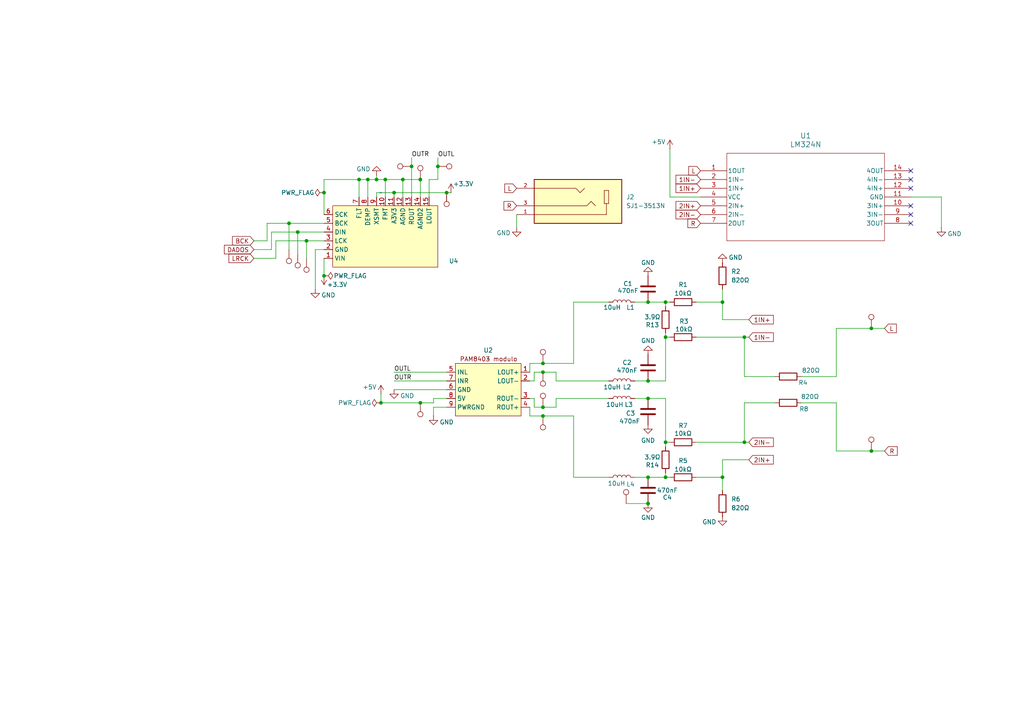
<source format=kicad_sch>
(kicad_sch
	(version 20250114)
	(generator "eeschema")
	(generator_version "9.0")
	(uuid "d33c695c-9ced-4e7c-b382-2abf8278e1bb")
	(paper "A4")
	(lib_symbols
		(symbol "2025-06-02_20-27-01:LM324N"
			(pin_names
				(offset 0.254)
			)
			(exclude_from_sim no)
			(in_bom yes)
			(on_board yes)
			(property "Reference" "U"
				(at 30.48 10.16 0)
				(effects
					(font
						(size 1.524 1.524)
					)
				)
			)
			(property "Value" "LM324N"
				(at 30.48 7.62 0)
				(effects
					(font
						(size 1.524 1.524)
					)
				)
			)
			(property "Footprint" "N14"
				(at 0 0 0)
				(effects
					(font
						(size 1.27 1.27)
						(italic yes)
					)
					(hide yes)
				)
			)
			(property "Datasheet" "LM324N"
				(at 0 0 0)
				(effects
					(font
						(size 1.27 1.27)
						(italic yes)
					)
					(hide yes)
				)
			)
			(property "Description" ""
				(at 0 0 0)
				(effects
					(font
						(size 1.27 1.27)
					)
					(hide yes)
				)
			)
			(property "ki_locked" ""
				(at 0 0 0)
				(effects
					(font
						(size 1.27 1.27)
					)
				)
			)
			(property "ki_keywords" "LM324N"
				(at 0 0 0)
				(effects
					(font
						(size 1.27 1.27)
					)
					(hide yes)
				)
			)
			(property "ki_fp_filters" "N14"
				(at 0 0 0)
				(effects
					(font
						(size 1.27 1.27)
					)
					(hide yes)
				)
			)
			(symbol "LM324N_0_1"
				(polyline
					(pts
						(xy 7.62 5.08) (xy 7.62 -20.32)
					)
					(stroke
						(width 0.127)
						(type default)
					)
					(fill
						(type none)
					)
				)
				(polyline
					(pts
						(xy 7.62 -20.32) (xy 53.34 -20.32)
					)
					(stroke
						(width 0.127)
						(type default)
					)
					(fill
						(type none)
					)
				)
				(polyline
					(pts
						(xy 53.34 5.08) (xy 7.62 5.08)
					)
					(stroke
						(width 0.127)
						(type default)
					)
					(fill
						(type none)
					)
				)
				(polyline
					(pts
						(xy 53.34 -20.32) (xy 53.34 5.08)
					)
					(stroke
						(width 0.127)
						(type default)
					)
					(fill
						(type none)
					)
				)
				(pin output line
					(at 0 0 0)
					(length 7.62)
					(name "1OUT"
						(effects
							(font
								(size 1.27 1.27)
							)
						)
					)
					(number "1"
						(effects
							(font
								(size 1.27 1.27)
							)
						)
					)
				)
				(pin input line
					(at 0 -2.54 0)
					(length 7.62)
					(name "1IN-"
						(effects
							(font
								(size 1.27 1.27)
							)
						)
					)
					(number "2"
						(effects
							(font
								(size 1.27 1.27)
							)
						)
					)
				)
				(pin input line
					(at 0 -5.08 0)
					(length 7.62)
					(name "1IN+"
						(effects
							(font
								(size 1.27 1.27)
							)
						)
					)
					(number "3"
						(effects
							(font
								(size 1.27 1.27)
							)
						)
					)
				)
				(pin power_in line
					(at 0 -7.62 0)
					(length 7.62)
					(name "VCC"
						(effects
							(font
								(size 1.27 1.27)
							)
						)
					)
					(number "4"
						(effects
							(font
								(size 1.27 1.27)
							)
						)
					)
				)
				(pin input line
					(at 0 -10.16 0)
					(length 7.62)
					(name "2IN+"
						(effects
							(font
								(size 1.27 1.27)
							)
						)
					)
					(number "5"
						(effects
							(font
								(size 1.27 1.27)
							)
						)
					)
				)
				(pin input line
					(at 0 -12.7 0)
					(length 7.62)
					(name "2IN-"
						(effects
							(font
								(size 1.27 1.27)
							)
						)
					)
					(number "6"
						(effects
							(font
								(size 1.27 1.27)
							)
						)
					)
				)
				(pin output line
					(at 0 -15.24 0)
					(length 7.62)
					(name "2OUT"
						(effects
							(font
								(size 1.27 1.27)
							)
						)
					)
					(number "7"
						(effects
							(font
								(size 1.27 1.27)
							)
						)
					)
				)
				(pin output line
					(at 60.96 0 180)
					(length 7.62)
					(name "4OUT"
						(effects
							(font
								(size 1.27 1.27)
							)
						)
					)
					(number "14"
						(effects
							(font
								(size 1.27 1.27)
							)
						)
					)
				)
				(pin input line
					(at 60.96 -2.54 180)
					(length 7.62)
					(name "4IN-"
						(effects
							(font
								(size 1.27 1.27)
							)
						)
					)
					(number "13"
						(effects
							(font
								(size 1.27 1.27)
							)
						)
					)
				)
				(pin input line
					(at 60.96 -5.08 180)
					(length 7.62)
					(name "4IN+"
						(effects
							(font
								(size 1.27 1.27)
							)
						)
					)
					(number "12"
						(effects
							(font
								(size 1.27 1.27)
							)
						)
					)
				)
				(pin power_in line
					(at 60.96 -7.62 180)
					(length 7.62)
					(name "GND"
						(effects
							(font
								(size 1.27 1.27)
							)
						)
					)
					(number "11"
						(effects
							(font
								(size 1.27 1.27)
							)
						)
					)
				)
				(pin input line
					(at 60.96 -10.16 180)
					(length 7.62)
					(name "3IN+"
						(effects
							(font
								(size 1.27 1.27)
							)
						)
					)
					(number "10"
						(effects
							(font
								(size 1.27 1.27)
							)
						)
					)
				)
				(pin input line
					(at 60.96 -12.7 180)
					(length 7.62)
					(name "3IN-"
						(effects
							(font
								(size 1.27 1.27)
							)
						)
					)
					(number "9"
						(effects
							(font
								(size 1.27 1.27)
							)
						)
					)
				)
				(pin output line
					(at 60.96 -15.24 180)
					(length 7.62)
					(name "3OUT"
						(effects
							(font
								(size 1.27 1.27)
							)
						)
					)
					(number "8"
						(effects
							(font
								(size 1.27 1.27)
							)
						)
					)
				)
			)
			(embedded_fonts no)
		)
		(symbol "Connector:TestPoint"
			(pin_numbers
				(hide yes)
			)
			(pin_names
				(offset 0.762)
				(hide yes)
			)
			(exclude_from_sim no)
			(in_bom yes)
			(on_board yes)
			(property "Reference" "TP"
				(at 0 6.858 0)
				(effects
					(font
						(size 1.27 1.27)
					)
				)
			)
			(property "Value" "TestPoint"
				(at 0 5.08 0)
				(effects
					(font
						(size 1.27 1.27)
					)
				)
			)
			(property "Footprint" ""
				(at 5.08 0 0)
				(effects
					(font
						(size 1.27 1.27)
					)
					(hide yes)
				)
			)
			(property "Datasheet" "~"
				(at 5.08 0 0)
				(effects
					(font
						(size 1.27 1.27)
					)
					(hide yes)
				)
			)
			(property "Description" "test point"
				(at 0 0 0)
				(effects
					(font
						(size 1.27 1.27)
					)
					(hide yes)
				)
			)
			(property "ki_keywords" "test point tp"
				(at 0 0 0)
				(effects
					(font
						(size 1.27 1.27)
					)
					(hide yes)
				)
			)
			(property "ki_fp_filters" "Pin* Test*"
				(at 0 0 0)
				(effects
					(font
						(size 1.27 1.27)
					)
					(hide yes)
				)
			)
			(symbol "TestPoint_0_1"
				(circle
					(center 0 3.302)
					(radius 0.762)
					(stroke
						(width 0)
						(type default)
					)
					(fill
						(type none)
					)
				)
			)
			(symbol "TestPoint_1_1"
				(pin passive line
					(at 0 0 90)
					(length 2.54)
					(name "1"
						(effects
							(font
								(size 1.27 1.27)
							)
						)
					)
					(number "1"
						(effects
							(font
								(size 1.27 1.27)
							)
						)
					)
				)
			)
			(embedded_fonts no)
		)
		(symbol "Device:C"
			(pin_numbers
				(hide yes)
			)
			(pin_names
				(offset 0.254)
			)
			(exclude_from_sim no)
			(in_bom yes)
			(on_board yes)
			(property "Reference" "C"
				(at 0.635 2.54 0)
				(effects
					(font
						(size 1.27 1.27)
					)
					(justify left)
				)
			)
			(property "Value" "C"
				(at 0.635 -2.54 0)
				(effects
					(font
						(size 1.27 1.27)
					)
					(justify left)
				)
			)
			(property "Footprint" ""
				(at 0.9652 -3.81 0)
				(effects
					(font
						(size 1.27 1.27)
					)
					(hide yes)
				)
			)
			(property "Datasheet" "~"
				(at 0 0 0)
				(effects
					(font
						(size 1.27 1.27)
					)
					(hide yes)
				)
			)
			(property "Description" "Unpolarized capacitor"
				(at 0 0 0)
				(effects
					(font
						(size 1.27 1.27)
					)
					(hide yes)
				)
			)
			(property "ki_keywords" "cap capacitor"
				(at 0 0 0)
				(effects
					(font
						(size 1.27 1.27)
					)
					(hide yes)
				)
			)
			(property "ki_fp_filters" "C_*"
				(at 0 0 0)
				(effects
					(font
						(size 1.27 1.27)
					)
					(hide yes)
				)
			)
			(symbol "C_0_1"
				(polyline
					(pts
						(xy -2.032 0.762) (xy 2.032 0.762)
					)
					(stroke
						(width 0.508)
						(type default)
					)
					(fill
						(type none)
					)
				)
				(polyline
					(pts
						(xy -2.032 -0.762) (xy 2.032 -0.762)
					)
					(stroke
						(width 0.508)
						(type default)
					)
					(fill
						(type none)
					)
				)
			)
			(symbol "C_1_1"
				(pin passive line
					(at 0 3.81 270)
					(length 2.794)
					(name "~"
						(effects
							(font
								(size 1.27 1.27)
							)
						)
					)
					(number "1"
						(effects
							(font
								(size 1.27 1.27)
							)
						)
					)
				)
				(pin passive line
					(at 0 -3.81 90)
					(length 2.794)
					(name "~"
						(effects
							(font
								(size 1.27 1.27)
							)
						)
					)
					(number "2"
						(effects
							(font
								(size 1.27 1.27)
							)
						)
					)
				)
			)
			(embedded_fonts no)
		)
		(symbol "Device:L"
			(pin_numbers
				(hide yes)
			)
			(pin_names
				(offset 1.016)
				(hide yes)
			)
			(exclude_from_sim no)
			(in_bom yes)
			(on_board yes)
			(property "Reference" "L"
				(at -1.27 0 90)
				(effects
					(font
						(size 1.27 1.27)
					)
				)
			)
			(property "Value" "L"
				(at 1.905 0 90)
				(effects
					(font
						(size 1.27 1.27)
					)
				)
			)
			(property "Footprint" ""
				(at 0 0 0)
				(effects
					(font
						(size 1.27 1.27)
					)
					(hide yes)
				)
			)
			(property "Datasheet" "~"
				(at 0 0 0)
				(effects
					(font
						(size 1.27 1.27)
					)
					(hide yes)
				)
			)
			(property "Description" "Inductor"
				(at 0 0 0)
				(effects
					(font
						(size 1.27 1.27)
					)
					(hide yes)
				)
			)
			(property "ki_keywords" "inductor choke coil reactor magnetic"
				(at 0 0 0)
				(effects
					(font
						(size 1.27 1.27)
					)
					(hide yes)
				)
			)
			(property "ki_fp_filters" "Choke_* *Coil* Inductor_* L_*"
				(at 0 0 0)
				(effects
					(font
						(size 1.27 1.27)
					)
					(hide yes)
				)
			)
			(symbol "L_0_1"
				(arc
					(start 0 2.54)
					(mid 0.6323 1.905)
					(end 0 1.27)
					(stroke
						(width 0)
						(type default)
					)
					(fill
						(type none)
					)
				)
				(arc
					(start 0 1.27)
					(mid 0.6323 0.635)
					(end 0 0)
					(stroke
						(width 0)
						(type default)
					)
					(fill
						(type none)
					)
				)
				(arc
					(start 0 0)
					(mid 0.6323 -0.635)
					(end 0 -1.27)
					(stroke
						(width 0)
						(type default)
					)
					(fill
						(type none)
					)
				)
				(arc
					(start 0 -1.27)
					(mid 0.6323 -1.905)
					(end 0 -2.54)
					(stroke
						(width 0)
						(type default)
					)
					(fill
						(type none)
					)
				)
			)
			(symbol "L_1_1"
				(pin passive line
					(at 0 3.81 270)
					(length 1.27)
					(name "1"
						(effects
							(font
								(size 1.27 1.27)
							)
						)
					)
					(number "1"
						(effects
							(font
								(size 1.27 1.27)
							)
						)
					)
				)
				(pin passive line
					(at 0 -3.81 90)
					(length 1.27)
					(name "2"
						(effects
							(font
								(size 1.27 1.27)
							)
						)
					)
					(number "2"
						(effects
							(font
								(size 1.27 1.27)
							)
						)
					)
				)
			)
			(embedded_fonts no)
		)
		(symbol "Device:R"
			(pin_numbers
				(hide yes)
			)
			(pin_names
				(offset 0)
			)
			(exclude_from_sim no)
			(in_bom yes)
			(on_board yes)
			(property "Reference" "R"
				(at 2.032 0 90)
				(effects
					(font
						(size 1.27 1.27)
					)
				)
			)
			(property "Value" "R"
				(at 0 0 90)
				(effects
					(font
						(size 1.27 1.27)
					)
				)
			)
			(property "Footprint" ""
				(at -1.778 0 90)
				(effects
					(font
						(size 1.27 1.27)
					)
					(hide yes)
				)
			)
			(property "Datasheet" "~"
				(at 0 0 0)
				(effects
					(font
						(size 1.27 1.27)
					)
					(hide yes)
				)
			)
			(property "Description" "Resistor"
				(at 0 0 0)
				(effects
					(font
						(size 1.27 1.27)
					)
					(hide yes)
				)
			)
			(property "ki_keywords" "R res resistor"
				(at 0 0 0)
				(effects
					(font
						(size 1.27 1.27)
					)
					(hide yes)
				)
			)
			(property "ki_fp_filters" "R_*"
				(at 0 0 0)
				(effects
					(font
						(size 1.27 1.27)
					)
					(hide yes)
				)
			)
			(symbol "R_0_1"
				(rectangle
					(start -1.016 -2.54)
					(end 1.016 2.54)
					(stroke
						(width 0.254)
						(type default)
					)
					(fill
						(type none)
					)
				)
			)
			(symbol "R_1_1"
				(pin passive line
					(at 0 3.81 270)
					(length 1.27)
					(name "~"
						(effects
							(font
								(size 1.27 1.27)
							)
						)
					)
					(number "1"
						(effects
							(font
								(size 1.27 1.27)
							)
						)
					)
				)
				(pin passive line
					(at 0 -3.81 90)
					(length 1.27)
					(name "~"
						(effects
							(font
								(size 1.27 1.27)
							)
						)
					)
					(number "2"
						(effects
							(font
								(size 1.27 1.27)
							)
						)
					)
				)
			)
			(embedded_fonts no)
		)
		(symbol "SJ1-3513N:SJ1-3513N"
			(pin_names
				(offset 1.016)
				(hide yes)
			)
			(exclude_from_sim no)
			(in_bom yes)
			(on_board yes)
			(property "Reference" "J"
				(at -12.7254 7.62 0)
				(effects
					(font
						(size 1.27 1.27)
					)
					(justify left bottom)
				)
			)
			(property "Value" "SJ1-3513N"
				(at -12.7254 -12.7254 0)
				(effects
					(font
						(size 1.27 1.27)
					)
					(justify left bottom)
				)
			)
			(property "Footprint" "CUI_SJ1-3513N"
				(at 0 0 0)
				(effects
					(font
						(size 1.27 1.27)
					)
					(justify left bottom)
					(hide yes)
				)
			)
			(property "Datasheet" ""
				(at 0 0 0)
				(effects
					(font
						(size 1.27 1.27)
					)
					(justify left bottom)
					(hide yes)
				)
			)
			(property "Description" ""
				(at 0 0 0)
				(effects
					(font
						(size 1.27 1.27)
					)
					(hide yes)
				)
			)
			(property "PARTREV" "1.02"
				(at 0 0 0)
				(effects
					(font
						(size 1.27 1.27)
					)
					(justify left bottom)
					(hide yes)
				)
			)
			(property "STANDARD" "Manufacturer recommendation"
				(at 0 0 0)
				(effects
					(font
						(size 1.27 1.27)
					)
					(justify left bottom)
					(hide yes)
				)
			)
			(property "MANUFACTURER" "CUI"
				(at 0 0 0)
				(effects
					(font
						(size 1.27 1.27)
					)
					(justify left bottom)
					(hide yes)
				)
			)
			(property "ki_locked" ""
				(at 0 0 0)
				(effects
					(font
						(size 1.27 1.27)
					)
				)
			)
			(symbol "SJ1-3513N_0_0"
				(rectangle
					(start -12.7 -7.62)
					(end 12.7 5.08)
					(stroke
						(width 0.254)
						(type solid)
					)
					(fill
						(type background)
					)
				)
				(polyline
					(pts
						(xy -8.89 -0.635) (xy -8.89 -4.445)
					)
					(stroke
						(width 0.1524)
						(type solid)
					)
					(fill
						(type none)
					)
				)
				(polyline
					(pts
						(xy -8.89 -4.445) (xy -7.62 -4.445)
					)
					(stroke
						(width 0.1524)
						(type solid)
					)
					(fill
						(type none)
					)
				)
				(polyline
					(pts
						(xy -8.255 2.54) (xy -8.255 -0.635)
					)
					(stroke
						(width 0.1524)
						(type solid)
					)
					(fill
						(type none)
					)
				)
				(polyline
					(pts
						(xy -8.255 -0.635) (xy -8.89 -0.635)
					)
					(stroke
						(width 0.1524)
						(type solid)
					)
					(fill
						(type none)
					)
				)
				(polyline
					(pts
						(xy -7.62 -0.635) (xy -8.255 -0.635)
					)
					(stroke
						(width 0.1524)
						(type solid)
					)
					(fill
						(type none)
					)
				)
				(polyline
					(pts
						(xy -7.62 -4.445) (xy -7.62 -0.635)
					)
					(stroke
						(width 0.1524)
						(type solid)
					)
					(fill
						(type none)
					)
				)
				(polyline
					(pts
						(xy -3.81 -1.27) (xy -5.08 0)
					)
					(stroke
						(width 0.1524)
						(type solid)
					)
					(fill
						(type none)
					)
				)
				(polyline
					(pts
						(xy -2.54 0) (xy -3.81 -1.27)
					)
					(stroke
						(width 0.1524)
						(type solid)
					)
					(fill
						(type none)
					)
				)
				(polyline
					(pts
						(xy -0.635 -3.81) (xy -1.905 -5.08)
					)
					(stroke
						(width 0.1524)
						(type solid)
					)
					(fill
						(type none)
					)
				)
				(polyline
					(pts
						(xy 0.635 -5.08) (xy -0.635 -3.81)
					)
					(stroke
						(width 0.1524)
						(type solid)
					)
					(fill
						(type none)
					)
				)
				(polyline
					(pts
						(xy 12.7 2.54) (xy -8.255 2.54)
					)
					(stroke
						(width 0.1524)
						(type solid)
					)
					(fill
						(type none)
					)
				)
				(polyline
					(pts
						(xy 12.7 0) (xy -2.54 0)
					)
					(stroke
						(width 0.1524)
						(type solid)
					)
					(fill
						(type none)
					)
				)
				(polyline
					(pts
						(xy 12.7 -5.08) (xy 0.635 -5.08)
					)
					(stroke
						(width 0.1524)
						(type solid)
					)
					(fill
						(type none)
					)
				)
				(pin passive line
					(at 17.78 2.54 180)
					(length 5.08)
					(name "~"
						(effects
							(font
								(size 1.016 1.016)
							)
						)
					)
					(number "1"
						(effects
							(font
								(size 1.016 1.016)
							)
						)
					)
				)
				(pin passive line
					(at 17.78 0 180)
					(length 5.08)
					(name "~"
						(effects
							(font
								(size 1.016 1.016)
							)
						)
					)
					(number "3"
						(effects
							(font
								(size 1.016 1.016)
							)
						)
					)
				)
				(pin passive line
					(at 17.78 -5.08 180)
					(length 5.08)
					(name "~"
						(effects
							(font
								(size 1.016 1.016)
							)
						)
					)
					(number "2"
						(effects
							(font
								(size 1.016 1.016)
							)
						)
					)
				)
			)
			(embedded_fonts no)
		)
		(symbol "Symbology:MODULOPcm5102a"
			(exclude_from_sim no)
			(in_bom yes)
			(on_board yes)
			(property "Reference" "U4"
				(at 37.592 3.048 0)
				(effects
					(font
						(size 1.27 1.27)
					)
				)
			)
			(property "Value" "~"
				(at 16.51 22.86 0)
				(effects
					(font
						(size 1.27 1.27)
					)
				)
			)
			(property "Footprint" ""
				(at 0 0 0)
				(effects
					(font
						(size 1.27 1.27)
					)
					(hide yes)
				)
			)
			(property "Datasheet" ""
				(at 0 0 0)
				(effects
					(font
						(size 1.27 1.27)
					)
					(hide yes)
				)
			)
			(property "Description" ""
				(at 0 0 0)
				(effects
					(font
						(size 1.27 1.27)
					)
					(hide yes)
				)
			)
			(symbol "MODULOPcm5102a_1_1"
				(rectangle
					(start 2.54 19.05)
					(end 33.02 1.27)
					(stroke
						(width 0)
						(type solid)
					)
					(fill
						(type background)
					)
				)
				(pin input line
					(at 0 16.51 0)
					(length 2.54)
					(name "SCK"
						(effects
							(font
								(size 1.27 1.27)
							)
						)
					)
					(number "6"
						(effects
							(font
								(size 1.27 1.27)
							)
						)
					)
				)
				(pin input line
					(at 0 13.97 0)
					(length 2.54)
					(name "BCK"
						(effects
							(font
								(size 1.27 1.27)
							)
						)
					)
					(number "5"
						(effects
							(font
								(size 1.27 1.27)
							)
						)
					)
				)
				(pin input line
					(at 0 11.43 0)
					(length 2.54)
					(name "DIN"
						(effects
							(font
								(size 1.27 1.27)
							)
						)
					)
					(number "4"
						(effects
							(font
								(size 1.27 1.27)
							)
						)
					)
				)
				(pin input line
					(at 0 8.89 0)
					(length 2.54)
					(name "LCK"
						(effects
							(font
								(size 1.27 1.27)
							)
						)
					)
					(number "3"
						(effects
							(font
								(size 1.27 1.27)
							)
						)
					)
				)
				(pin power_in line
					(at 0 6.35 0)
					(length 2.54)
					(name "GND"
						(effects
							(font
								(size 1.27 1.27)
							)
						)
					)
					(number "2"
						(effects
							(font
								(size 1.27 1.27)
							)
						)
					)
				)
				(pin power_in line
					(at 0 3.81 0)
					(length 2.54)
					(name "VIN"
						(effects
							(font
								(size 1.27 1.27)
							)
						)
					)
					(number "1"
						(effects
							(font
								(size 1.27 1.27)
							)
						)
					)
				)
				(pin passive line
					(at 10.16 21.59 270)
					(length 2.54)
					(name "FLT"
						(effects
							(font
								(size 1.27 1.27)
							)
						)
					)
					(number "7"
						(effects
							(font
								(size 1.27 1.27)
							)
						)
					)
				)
				(pin passive line
					(at 12.7 21.59 270)
					(length 2.54)
					(name "DEMP"
						(effects
							(font
								(size 1.27 1.27)
							)
						)
					)
					(number "8"
						(effects
							(font
								(size 1.27 1.27)
							)
						)
					)
				)
				(pin passive line
					(at 15.24 21.59 270)
					(length 2.54)
					(name "XSMT"
						(effects
							(font
								(size 1.27 1.27)
							)
						)
					)
					(number "9"
						(effects
							(font
								(size 1.27 1.27)
							)
						)
					)
				)
				(pin passive line
					(at 17.78 21.59 270)
					(length 2.54)
					(name "FMT"
						(effects
							(font
								(size 1.27 1.27)
							)
						)
					)
					(number "10"
						(effects
							(font
								(size 1.27 1.27)
							)
						)
					)
				)
				(pin passive line
					(at 20.32 21.59 270)
					(length 2.54)
					(name "A3V3"
						(effects
							(font
								(size 1.27 1.27)
							)
						)
					)
					(number "11"
						(effects
							(font
								(size 1.27 1.27)
							)
						)
					)
				)
				(pin passive line
					(at 22.86 21.59 270)
					(length 2.54)
					(name "AGND"
						(effects
							(font
								(size 1.27 1.27)
							)
						)
					)
					(number "12"
						(effects
							(font
								(size 1.27 1.27)
							)
						)
					)
				)
				(pin passive line
					(at 25.4 21.59 270)
					(length 2.54)
					(name "ROUT"
						(effects
							(font
								(size 1.27 1.27)
							)
						)
					)
					(number "13"
						(effects
							(font
								(size 1.27 1.27)
							)
						)
					)
				)
				(pin passive line
					(at 27.94 21.59 270)
					(length 2.54)
					(name "AGND2"
						(effects
							(font
								(size 1.27 1.27)
							)
						)
					)
					(number "14"
						(effects
							(font
								(size 1.27 1.27)
							)
						)
					)
				)
				(pin passive line
					(at 30.48 21.59 270)
					(length 2.54)
					(name "LOUT"
						(effects
							(font
								(size 1.27 1.27)
							)
						)
					)
					(number "15"
						(effects
							(font
								(size 1.27 1.27)
							)
						)
					)
				)
			)
			(embedded_fonts no)
		)
		(symbol "Symbology:ModuloPAM8403"
			(exclude_from_sim no)
			(in_bom yes)
			(on_board yes)
			(property "Reference" "U2"
				(at 3.175 21.59 0)
				(effects
					(font
						(size 1.27 1.27)
					)
				)
			)
			(property "Value" "~"
				(at 3.175 19.05 0)
				(effects
					(font
						(size 1.27 1.27)
					)
				)
			)
			(property "Footprint" ""
				(at 0 0 0)
				(effects
					(font
						(size 1.27 1.27)
					)
					(hide yes)
				)
			)
			(property "Datasheet" ""
				(at 0 0 0)
				(effects
					(font
						(size 1.27 1.27)
					)
					(hide yes)
				)
			)
			(property "Description" ""
				(at 0 0 0)
				(effects
					(font
						(size 1.27 1.27)
					)
					(hide yes)
				)
			)
			(symbol "ModuloPAM8403_1_1"
				(rectangle
					(start -6.35 17.78)
					(end 12.7 2.54)
					(stroke
						(width 0)
						(type solid)
					)
					(fill
						(type background)
					)
				)
				(text "PAM8403 modulo\n"
					(at 3.302 19.05 0)
					(effects
						(font
							(size 1.27 1.27)
						)
					)
				)
				(pin input line
					(at -8.89 15.24 0)
					(length 2.54)
					(name "INL"
						(effects
							(font
								(size 1.27 1.27)
							)
						)
					)
					(number "5"
						(effects
							(font
								(size 1.27 1.27)
							)
						)
					)
				)
				(pin input line
					(at -8.89 12.7 0)
					(length 2.54)
					(name "INR"
						(effects
							(font
								(size 1.27 1.27)
							)
						)
					)
					(number "7"
						(effects
							(font
								(size 1.27 1.27)
							)
						)
					)
				)
				(pin passive line
					(at -8.89 10.16 0)
					(length 2.54)
					(name "GND"
						(effects
							(font
								(size 1.27 1.27)
							)
						)
					)
					(number "6"
						(effects
							(font
								(size 1.27 1.27)
							)
						)
					)
				)
				(pin power_in line
					(at -8.89 7.62 0)
					(length 2.54)
					(name "5V"
						(effects
							(font
								(size 1.27 1.27)
							)
						)
					)
					(number "8"
						(effects
							(font
								(size 1.27 1.27)
							)
						)
					)
				)
				(pin power_in line
					(at -8.89 5.08 0)
					(length 2.54)
					(name "PWRGND"
						(effects
							(font
								(size 1.27 1.27)
							)
						)
					)
					(number "9"
						(effects
							(font
								(size 1.27 1.27)
							)
						)
					)
				)
				(pin output line
					(at 15.24 15.24 180)
					(length 2.54)
					(name "LOUT+"
						(effects
							(font
								(size 1.27 1.27)
							)
						)
					)
					(number "1"
						(effects
							(font
								(size 1.27 1.27)
							)
						)
					)
				)
				(pin output line
					(at 15.24 12.7 180)
					(length 2.54)
					(name "LOUT-"
						(effects
							(font
								(size 1.27 1.27)
							)
						)
					)
					(number "2"
						(effects
							(font
								(size 1.27 1.27)
							)
						)
					)
				)
				(pin output line
					(at 15.24 7.62 180)
					(length 2.54)
					(name "ROUT-"
						(effects
							(font
								(size 1.27 1.27)
							)
						)
					)
					(number "3"
						(effects
							(font
								(size 1.27 1.27)
							)
						)
					)
				)
				(pin output line
					(at 15.24 5.08 180)
					(length 2.54)
					(name "ROUT+"
						(effects
							(font
								(size 1.27 1.27)
							)
						)
					)
					(number "4"
						(effects
							(font
								(size 1.27 1.27)
							)
						)
					)
				)
			)
			(embedded_fonts no)
		)
		(symbol "power:+3.3V"
			(power)
			(pin_numbers
				(hide yes)
			)
			(pin_names
				(offset 0)
				(hide yes)
			)
			(exclude_from_sim no)
			(in_bom yes)
			(on_board yes)
			(property "Reference" "#PWR"
				(at 0 -3.81 0)
				(effects
					(font
						(size 1.27 1.27)
					)
					(hide yes)
				)
			)
			(property "Value" "+3.3V"
				(at 0 3.556 0)
				(effects
					(font
						(size 1.27 1.27)
					)
				)
			)
			(property "Footprint" ""
				(at 0 0 0)
				(effects
					(font
						(size 1.27 1.27)
					)
					(hide yes)
				)
			)
			(property "Datasheet" ""
				(at 0 0 0)
				(effects
					(font
						(size 1.27 1.27)
					)
					(hide yes)
				)
			)
			(property "Description" "Power symbol creates a global label with name \"+3.3V\""
				(at 0 0 0)
				(effects
					(font
						(size 1.27 1.27)
					)
					(hide yes)
				)
			)
			(property "ki_keywords" "global power"
				(at 0 0 0)
				(effects
					(font
						(size 1.27 1.27)
					)
					(hide yes)
				)
			)
			(symbol "+3.3V_0_1"
				(polyline
					(pts
						(xy -0.762 1.27) (xy 0 2.54)
					)
					(stroke
						(width 0)
						(type default)
					)
					(fill
						(type none)
					)
				)
				(polyline
					(pts
						(xy 0 2.54) (xy 0.762 1.27)
					)
					(stroke
						(width 0)
						(type default)
					)
					(fill
						(type none)
					)
				)
				(polyline
					(pts
						(xy 0 0) (xy 0 2.54)
					)
					(stroke
						(width 0)
						(type default)
					)
					(fill
						(type none)
					)
				)
			)
			(symbol "+3.3V_1_1"
				(pin power_in line
					(at 0 0 90)
					(length 0)
					(name "~"
						(effects
							(font
								(size 1.27 1.27)
							)
						)
					)
					(number "1"
						(effects
							(font
								(size 1.27 1.27)
							)
						)
					)
				)
			)
			(embedded_fonts no)
		)
		(symbol "power:+5V"
			(power)
			(pin_numbers
				(hide yes)
			)
			(pin_names
				(offset 0)
				(hide yes)
			)
			(exclude_from_sim no)
			(in_bom yes)
			(on_board yes)
			(property "Reference" "#PWR"
				(at 0 -3.81 0)
				(effects
					(font
						(size 1.27 1.27)
					)
					(hide yes)
				)
			)
			(property "Value" "+5V"
				(at 0 3.556 0)
				(effects
					(font
						(size 1.27 1.27)
					)
				)
			)
			(property "Footprint" ""
				(at 0 0 0)
				(effects
					(font
						(size 1.27 1.27)
					)
					(hide yes)
				)
			)
			(property "Datasheet" ""
				(at 0 0 0)
				(effects
					(font
						(size 1.27 1.27)
					)
					(hide yes)
				)
			)
			(property "Description" "Power symbol creates a global label with name \"+5V\""
				(at 0 0 0)
				(effects
					(font
						(size 1.27 1.27)
					)
					(hide yes)
				)
			)
			(property "ki_keywords" "global power"
				(at 0 0 0)
				(effects
					(font
						(size 1.27 1.27)
					)
					(hide yes)
				)
			)
			(symbol "+5V_0_1"
				(polyline
					(pts
						(xy -0.762 1.27) (xy 0 2.54)
					)
					(stroke
						(width 0)
						(type default)
					)
					(fill
						(type none)
					)
				)
				(polyline
					(pts
						(xy 0 2.54) (xy 0.762 1.27)
					)
					(stroke
						(width 0)
						(type default)
					)
					(fill
						(type none)
					)
				)
				(polyline
					(pts
						(xy 0 0) (xy 0 2.54)
					)
					(stroke
						(width 0)
						(type default)
					)
					(fill
						(type none)
					)
				)
			)
			(symbol "+5V_1_1"
				(pin power_in line
					(at 0 0 90)
					(length 0)
					(name "~"
						(effects
							(font
								(size 1.27 1.27)
							)
						)
					)
					(number "1"
						(effects
							(font
								(size 1.27 1.27)
							)
						)
					)
				)
			)
			(embedded_fonts no)
		)
		(symbol "power:GND"
			(power)
			(pin_numbers
				(hide yes)
			)
			(pin_names
				(offset 0)
				(hide yes)
			)
			(exclude_from_sim no)
			(in_bom yes)
			(on_board yes)
			(property "Reference" "#PWR"
				(at 0 -6.35 0)
				(effects
					(font
						(size 1.27 1.27)
					)
					(hide yes)
				)
			)
			(property "Value" "GND"
				(at 0 -3.81 0)
				(effects
					(font
						(size 1.27 1.27)
					)
				)
			)
			(property "Footprint" ""
				(at 0 0 0)
				(effects
					(font
						(size 1.27 1.27)
					)
					(hide yes)
				)
			)
			(property "Datasheet" ""
				(at 0 0 0)
				(effects
					(font
						(size 1.27 1.27)
					)
					(hide yes)
				)
			)
			(property "Description" "Power symbol creates a global label with name \"GND\" , ground"
				(at 0 0 0)
				(effects
					(font
						(size 1.27 1.27)
					)
					(hide yes)
				)
			)
			(property "ki_keywords" "global power"
				(at 0 0 0)
				(effects
					(font
						(size 1.27 1.27)
					)
					(hide yes)
				)
			)
			(symbol "GND_0_1"
				(polyline
					(pts
						(xy 0 0) (xy 0 -1.27) (xy 1.27 -1.27) (xy 0 -2.54) (xy -1.27 -1.27) (xy 0 -1.27)
					)
					(stroke
						(width 0)
						(type default)
					)
					(fill
						(type none)
					)
				)
			)
			(symbol "GND_1_1"
				(pin power_in line
					(at 0 0 270)
					(length 0)
					(name "~"
						(effects
							(font
								(size 1.27 1.27)
							)
						)
					)
					(number "1"
						(effects
							(font
								(size 1.27 1.27)
							)
						)
					)
				)
			)
			(embedded_fonts no)
		)
		(symbol "power:PWR_FLAG"
			(power)
			(pin_numbers
				(hide yes)
			)
			(pin_names
				(offset 0)
				(hide yes)
			)
			(exclude_from_sim no)
			(in_bom yes)
			(on_board yes)
			(property "Reference" "#FLG"
				(at 0 1.905 0)
				(effects
					(font
						(size 1.27 1.27)
					)
					(hide yes)
				)
			)
			(property "Value" "PWR_FLAG"
				(at 0 3.81 0)
				(effects
					(font
						(size 1.27 1.27)
					)
				)
			)
			(property "Footprint" ""
				(at 0 0 0)
				(effects
					(font
						(size 1.27 1.27)
					)
					(hide yes)
				)
			)
			(property "Datasheet" "~"
				(at 0 0 0)
				(effects
					(font
						(size 1.27 1.27)
					)
					(hide yes)
				)
			)
			(property "Description" "Special symbol for telling ERC where power comes from"
				(at 0 0 0)
				(effects
					(font
						(size 1.27 1.27)
					)
					(hide yes)
				)
			)
			(property "ki_keywords" "flag power"
				(at 0 0 0)
				(effects
					(font
						(size 1.27 1.27)
					)
					(hide yes)
				)
			)
			(symbol "PWR_FLAG_0_0"
				(pin power_out line
					(at 0 0 90)
					(length 0)
					(name "~"
						(effects
							(font
								(size 1.27 1.27)
							)
						)
					)
					(number "1"
						(effects
							(font
								(size 1.27 1.27)
							)
						)
					)
				)
			)
			(symbol "PWR_FLAG_0_1"
				(polyline
					(pts
						(xy 0 0) (xy 0 1.27) (xy -1.016 1.905) (xy 0 2.54) (xy 1.016 1.905) (xy 0 1.27)
					)
					(stroke
						(width 0)
						(type default)
					)
					(fill
						(type none)
					)
				)
			)
			(embedded_fonts no)
		)
	)
	(junction
		(at 121.92 52.07)
		(diameter 0)
		(color 0 0 0 0)
		(uuid "01e1e61f-2bc6-46e4-979d-626cbb66d0dd")
	)
	(junction
		(at 157.48 120.65)
		(diameter 0)
		(color 0 0 0 0)
		(uuid "0ac58e1d-616f-4952-8819-8d1023fb0593")
	)
	(junction
		(at 157.48 105.41)
		(diameter 0)
		(color 0 0 0 0)
		(uuid "0cd21a2f-2c7c-491c-a7f8-777f93b2c8d5")
	)
	(junction
		(at 193.04 128.27)
		(diameter 0)
		(color 0 0 0 0)
		(uuid "12be8a61-071c-4281-92d0-5e42c9502cc8")
	)
	(junction
		(at 93.98 55.88)
		(diameter 0)
		(color 0 0 0 0)
		(uuid "14e2f025-a2ec-4691-9076-57ebb0c4dc62")
	)
	(junction
		(at 187.96 115.57)
		(diameter 0)
		(color 0 0 0 0)
		(uuid "174da4f7-d1fc-4856-8de0-fceee9a8e901")
	)
	(junction
		(at 121.92 116.84)
		(diameter 0)
		(color 0 0 0 0)
		(uuid "24deda71-4886-4488-8e34-0210fa4249e0")
	)
	(junction
		(at 193.04 97.79)
		(diameter 0)
		(color 0 0 0 0)
		(uuid "2afc263b-43de-416b-afc2-dfe1bb30beb4")
	)
	(junction
		(at 187.96 146.05)
		(diameter 0)
		(color 0 0 0 0)
		(uuid "31f6779b-0b78-4a62-bb73-cec8acfc36c9")
	)
	(junction
		(at 187.96 110.49)
		(diameter 0)
		(color 0 0 0 0)
		(uuid "3876aa04-8b41-49b6-b519-87b2a5f71f12")
	)
	(junction
		(at 129.54 55.88)
		(diameter 0)
		(color 0 0 0 0)
		(uuid "43b9ed59-619f-4096-aff5-dc529b8df868")
	)
	(junction
		(at 116.84 52.07)
		(diameter 0)
		(color 0 0 0 0)
		(uuid "44a5504f-6eb0-426a-a034-cf231a76d5aa")
	)
	(junction
		(at 193.04 87.63)
		(diameter 0)
		(color 0 0 0 0)
		(uuid "50f7e6a2-1ef7-48f0-82b4-c7cfaa171673")
	)
	(junction
		(at 119.38 48.26)
		(diameter 0)
		(color 0 0 0 0)
		(uuid "77f08c79-5892-4716-ad29-b6c8409f88ac")
	)
	(junction
		(at 157.48 118.11)
		(diameter 0)
		(color 0 0 0 0)
		(uuid "7e73f416-21bb-40f2-9a3d-26f3079d0617")
	)
	(junction
		(at 110.49 116.84)
		(diameter 0)
		(color 0 0 0 0)
		(uuid "7eec025a-a88e-41cb-8b13-c97a3cd188e2")
	)
	(junction
		(at 187.96 138.43)
		(diameter 0)
		(color 0 0 0 0)
		(uuid "8157763c-c25b-47c0-a9ca-f042aa873a6d")
	)
	(junction
		(at 209.55 87.63)
		(diameter 0)
		(color 0 0 0 0)
		(uuid "88410d7d-9686-4dd3-b2cb-e65c21824403")
	)
	(junction
		(at 88.9 69.85)
		(diameter 0)
		(color 0 0 0 0)
		(uuid "9c97c0f1-fea4-4229-a982-f6104cbd5ad8")
	)
	(junction
		(at 86.36 67.31)
		(diameter 0)
		(color 0 0 0 0)
		(uuid "a2479478-55cb-450a-8367-b1a81039827a")
	)
	(junction
		(at 83.82 64.77)
		(diameter 0)
		(color 0 0 0 0)
		(uuid "a4b7e54d-4dfc-4e60-b971-c6bbc4a7a668")
	)
	(junction
		(at 252.73 95.25)
		(diameter 0)
		(color 0 0 0 0)
		(uuid "a51fcda3-7bcf-486a-bbce-9d47b4b708c5")
	)
	(junction
		(at 114.3 55.88)
		(diameter 0)
		(color 0 0 0 0)
		(uuid "af4fd87f-0129-411d-8d06-1dc43f1a22ab")
	)
	(junction
		(at 215.9 128.27)
		(diameter 0)
		(color 0 0 0 0)
		(uuid "b631f76f-cebb-45fc-af45-e9a6aea855be")
	)
	(junction
		(at 127 48.26)
		(diameter 0)
		(color 0 0 0 0)
		(uuid "b690acdf-0b26-438b-9d44-55e6fa52cf48")
	)
	(junction
		(at 193.04 138.43)
		(diameter 0)
		(color 0 0 0 0)
		(uuid "bdba62af-9856-4d49-9dcc-d80373106d6e")
	)
	(junction
		(at 104.14 52.07)
		(diameter 0)
		(color 0 0 0 0)
		(uuid "c1fa4ea1-a232-4fd6-8763-7e3ab2a37cc1")
	)
	(junction
		(at 111.76 52.07)
		(diameter 0)
		(color 0 0 0 0)
		(uuid "c674cc8f-744c-445d-ae87-d78741a25b5a")
	)
	(junction
		(at 187.96 87.63)
		(diameter 0)
		(color 0 0 0 0)
		(uuid "cab865bc-9aea-40c8-ad0f-db70ff0b3411")
	)
	(junction
		(at 209.55 138.43)
		(diameter 0)
		(color 0 0 0 0)
		(uuid "d62c567f-4c27-4f39-ae2b-8390cb4d9c6a")
	)
	(junction
		(at 93.98 80.01)
		(diameter 0)
		(color 0 0 0 0)
		(uuid "dc766b4a-d019-455d-b79a-59f8d67827dd")
	)
	(junction
		(at 252.73 130.81)
		(diameter 0)
		(color 0 0 0 0)
		(uuid "e76102fc-1491-4fca-b8fd-984ae99ec398")
	)
	(junction
		(at 106.68 52.07)
		(diameter 0)
		(color 0 0 0 0)
		(uuid "e9ccd514-3c35-4586-86d6-542aff2c991b")
	)
	(junction
		(at 215.9 97.79)
		(diameter 0)
		(color 0 0 0 0)
		(uuid "f5d96ad3-8f3a-4950-b39c-923bc7d77d18")
	)
	(junction
		(at 157.48 107.95)
		(diameter 0)
		(color 0 0 0 0)
		(uuid "ff4252a3-763c-4715-a1fa-67aa768525df")
	)
	(junction
		(at 109.22 52.07)
		(diameter 0)
		(color 0 0 0 0)
		(uuid "ff5c0513-3068-42fe-b500-719713999302")
	)
	(no_connect
		(at 264.16 59.69)
		(uuid "0c9f9009-f0f5-4f8c-8279-8bcec6b9c996")
	)
	(no_connect
		(at 264.16 54.61)
		(uuid "330ee185-bb94-4efa-802d-ba2614bbcd2e")
	)
	(no_connect
		(at 264.16 52.07)
		(uuid "5e5b4078-5442-4dd5-8fda-d3c828f5c379")
	)
	(no_connect
		(at 264.16 64.77)
		(uuid "62d97772-6d38-4a90-ad73-1aa9527cfb7e")
	)
	(no_connect
		(at 264.16 49.53)
		(uuid "c5c72935-2f5f-4c00-9afc-80b22b295be4")
	)
	(no_connect
		(at 264.16 62.23)
		(uuid "ef67eb0a-a854-40a4-88ae-38f9f43569ac")
	)
	(wire
		(pts
			(xy 242.57 116.84) (xy 232.41 116.84)
		)
		(stroke
			(width 0)
			(type default)
		)
		(uuid "036f588a-78ea-425f-8ac2-bdac684e81cd")
	)
	(wire
		(pts
			(xy 106.68 52.07) (xy 109.22 52.07)
		)
		(stroke
			(width 0)
			(type default)
		)
		(uuid "038baa23-6c90-4268-9b2c-f85cf99f5e4b")
	)
	(wire
		(pts
			(xy 114.3 55.88) (xy 109.22 55.88)
		)
		(stroke
			(width 0)
			(type default)
		)
		(uuid "05a1d573-6472-45e7-91e0-ff85bf9e2147")
	)
	(wire
		(pts
			(xy 127 52.07) (xy 124.46 52.07)
		)
		(stroke
			(width 0)
			(type default)
		)
		(uuid "0b7a0bbf-eaad-4b5e-a187-d628a708c6c6")
	)
	(wire
		(pts
			(xy 88.9 69.85) (xy 80.01 69.85)
		)
		(stroke
			(width 0)
			(type default)
		)
		(uuid "0db385f9-e915-460c-8e3c-c5fccd34ddc4")
	)
	(wire
		(pts
			(xy 193.04 137.16) (xy 193.04 138.43)
		)
		(stroke
			(width 0)
			(type default)
		)
		(uuid "1057fedd-dd2e-4df8-b63b-001a222c397f")
	)
	(wire
		(pts
			(xy 166.37 120.65) (xy 166.37 138.43)
		)
		(stroke
			(width 0)
			(type default)
		)
		(uuid "1083e498-59ec-488c-aecc-1b8d89bd0fec")
	)
	(wire
		(pts
			(xy 209.55 87.63) (xy 209.55 92.71)
		)
		(stroke
			(width 0)
			(type default)
		)
		(uuid "10f1c59d-aea5-48af-a537-85ad2d45e0f6")
	)
	(wire
		(pts
			(xy 187.96 110.49) (xy 184.15 110.49)
		)
		(stroke
			(width 0)
			(type default)
		)
		(uuid "136fb38c-353f-4c23-b4ff-95cb2f1f5145")
	)
	(wire
		(pts
			(xy 209.55 83.82) (xy 209.55 87.63)
		)
		(stroke
			(width 0)
			(type default)
		)
		(uuid "14f90c98-46d7-4fdf-ab7b-1a4aab2be040")
	)
	(wire
		(pts
			(xy 161.29 115.57) (xy 176.53 115.57)
		)
		(stroke
			(width 0)
			(type default)
		)
		(uuid "175699e5-87ab-4cd2-afea-d1c77efb7502")
	)
	(wire
		(pts
			(xy 215.9 116.84) (xy 215.9 128.27)
		)
		(stroke
			(width 0)
			(type default)
		)
		(uuid "188a1c42-0a78-4892-b146-cc78ff5d155b")
	)
	(wire
		(pts
			(xy 119.38 45.72) (xy 119.38 48.26)
		)
		(stroke
			(width 0)
			(type default)
		)
		(uuid "18af21f8-4bde-4b1d-abe6-6946a13b5901")
	)
	(wire
		(pts
			(xy 78.74 67.31) (xy 86.36 67.31)
		)
		(stroke
			(width 0)
			(type default)
		)
		(uuid "19e4b9ba-7c5b-4a0b-9ebd-f5d5a1df35b2")
	)
	(wire
		(pts
			(xy 242.57 130.81) (xy 252.73 130.81)
		)
		(stroke
			(width 0)
			(type default)
		)
		(uuid "1be26686-2c99-43b7-a88c-36924743accc")
	)
	(wire
		(pts
			(xy 153.67 118.11) (xy 153.67 120.65)
		)
		(stroke
			(width 0)
			(type default)
		)
		(uuid "1c147d4b-1600-4d9a-970c-a55b4366b972")
	)
	(wire
		(pts
			(xy 194.31 128.27) (xy 193.04 128.27)
		)
		(stroke
			(width 0)
			(type default)
		)
		(uuid "1d5eb6e7-9a06-4f15-b62d-c36067663f45")
	)
	(wire
		(pts
			(xy 125.73 118.11) (xy 129.54 118.11)
		)
		(stroke
			(width 0)
			(type default)
		)
		(uuid "1f0326c0-0815-47f5-9559-6613cd7bece0")
	)
	(wire
		(pts
			(xy 161.29 107.95) (xy 161.29 110.49)
		)
		(stroke
			(width 0)
			(type default)
		)
		(uuid "1ff6808c-100b-4f0b-81c2-89ead89125aa")
	)
	(wire
		(pts
			(xy 125.73 120.65) (xy 125.73 118.11)
		)
		(stroke
			(width 0)
			(type default)
		)
		(uuid "20a84116-ef3e-4501-ba0d-d6f739bce6cc")
	)
	(wire
		(pts
			(xy 224.79 116.84) (xy 215.9 116.84)
		)
		(stroke
			(width 0)
			(type default)
		)
		(uuid "21c97874-94cc-4f34-8967-c006b80389d7")
	)
	(wire
		(pts
			(xy 194.31 43.18) (xy 194.31 57.15)
		)
		(stroke
			(width 0)
			(type default)
		)
		(uuid "22765ad0-3303-44f3-a60c-8ae97260088b")
	)
	(wire
		(pts
			(xy 93.98 52.07) (xy 104.14 52.07)
		)
		(stroke
			(width 0)
			(type default)
		)
		(uuid "237f0e2e-1053-4d68-bb2c-c5fcdd5f0a84")
	)
	(wire
		(pts
			(xy 77.47 69.85) (xy 77.47 64.77)
		)
		(stroke
			(width 0)
			(type default)
		)
		(uuid "2813cf18-7b6e-4a2f-8668-a6666de85424")
	)
	(wire
		(pts
			(xy 111.76 57.15) (xy 111.76 52.07)
		)
		(stroke
			(width 0)
			(type default)
		)
		(uuid "2a687825-04b3-41b4-9e97-29ec2b064d6a")
	)
	(wire
		(pts
			(xy 127 48.26) (xy 127 52.07)
		)
		(stroke
			(width 0)
			(type default)
		)
		(uuid "2eb8a311-a65e-41e2-966b-2aede5e66c64")
	)
	(wire
		(pts
			(xy 86.36 73.66) (xy 86.36 67.31)
		)
		(stroke
			(width 0)
			(type default)
		)
		(uuid "2ec0f0b7-5a8c-408b-8498-42a9238e98bf")
	)
	(wire
		(pts
			(xy 209.55 92.71) (xy 217.17 92.71)
		)
		(stroke
			(width 0)
			(type default)
		)
		(uuid "3578de9e-8d27-45da-a3c6-0066bbe81840")
	)
	(wire
		(pts
			(xy 91.44 72.39) (xy 91.44 83.82)
		)
		(stroke
			(width 0)
			(type default)
		)
		(uuid "35aca246-a713-40c6-a19e-244aa8121752")
	)
	(wire
		(pts
			(xy 153.67 115.57) (xy 154.94 115.57)
		)
		(stroke
			(width 0)
			(type default)
		)
		(uuid "36f9000a-bbb7-4941-90d0-05b5ddcdd9cb")
	)
	(wire
		(pts
			(xy 215.9 109.22) (xy 224.79 109.22)
		)
		(stroke
			(width 0)
			(type default)
		)
		(uuid "39b7c6a4-6894-4516-b192-64a9b92a1f07")
	)
	(wire
		(pts
			(xy 193.04 87.63) (xy 194.31 87.63)
		)
		(stroke
			(width 0)
			(type default)
		)
		(uuid "3a0e0e56-8eba-476c-9643-18f03258cfff")
	)
	(wire
		(pts
			(xy 127 45.72) (xy 127 48.26)
		)
		(stroke
			(width 0)
			(type default)
		)
		(uuid "3afb13e6-2155-44d6-8805-71967441f0c0")
	)
	(wire
		(pts
			(xy 129.54 55.88) (xy 114.3 55.88)
		)
		(stroke
			(width 0)
			(type default)
		)
		(uuid "3b6be830-43c8-4b00-97bb-c75ee7b13a0e")
	)
	(wire
		(pts
			(xy 78.74 72.39) (xy 78.74 67.31)
		)
		(stroke
			(width 0)
			(type default)
		)
		(uuid "3fbe68b2-e763-4c15-965b-1c7816ba9f90")
	)
	(wire
		(pts
			(xy 166.37 87.63) (xy 176.53 87.63)
		)
		(stroke
			(width 0)
			(type default)
		)
		(uuid "40e35d56-233a-4d80-b471-336247ea3cae")
	)
	(wire
		(pts
			(xy 209.55 133.35) (xy 217.17 133.35)
		)
		(stroke
			(width 0)
			(type default)
		)
		(uuid "4266c755-a31d-46e5-b02d-e9b475c77162")
	)
	(wire
		(pts
			(xy 73.66 74.93) (xy 80.01 74.93)
		)
		(stroke
			(width 0)
			(type default)
		)
		(uuid "453e4afd-604f-4deb-8436-dbfeb8c40d39")
	)
	(wire
		(pts
			(xy 193.04 87.63) (xy 193.04 88.9)
		)
		(stroke
			(width 0)
			(type default)
		)
		(uuid "463c94a4-0246-4df0-b9cc-6973b4cdde61")
	)
	(wire
		(pts
			(xy 154.94 118.11) (xy 154.94 115.57)
		)
		(stroke
			(width 0)
			(type default)
		)
		(uuid "46d3ac5a-6c85-46b2-85b9-68cae6ca5e06")
	)
	(wire
		(pts
			(xy 110.49 116.84) (xy 121.92 116.84)
		)
		(stroke
			(width 0)
			(type default)
		)
		(uuid "4d1ae567-6515-4bff-b244-19aa60c5bbc3")
	)
	(wire
		(pts
			(xy 161.29 118.11) (xy 161.29 115.57)
		)
		(stroke
			(width 0)
			(type default)
		)
		(uuid "4d9fc9c7-efa7-4fc6-a222-528162dd6f85")
	)
	(wire
		(pts
			(xy 194.31 97.79) (xy 193.04 97.79)
		)
		(stroke
			(width 0)
			(type default)
		)
		(uuid "523df157-4978-4fac-b63a-297bf1170764")
	)
	(wire
		(pts
			(xy 93.98 74.93) (xy 93.98 80.01)
		)
		(stroke
			(width 0)
			(type default)
		)
		(uuid "57b65e6f-421f-41d7-a07a-cbe5a8f28a91")
	)
	(wire
		(pts
			(xy 86.36 67.31) (xy 93.98 67.31)
		)
		(stroke
			(width 0)
			(type default)
		)
		(uuid "58896f40-c0cb-4cc3-89fa-a2332eb52f84")
	)
	(wire
		(pts
			(xy 121.92 52.07) (xy 121.92 57.15)
		)
		(stroke
			(width 0)
			(type default)
		)
		(uuid "589ee73a-ff4a-4e4b-b171-8079ad51cdd5")
	)
	(wire
		(pts
			(xy 116.84 52.07) (xy 116.84 57.15)
		)
		(stroke
			(width 0)
			(type default)
		)
		(uuid "5909bad2-e550-41c4-b391-faa5a41074c6")
	)
	(wire
		(pts
			(xy 77.47 64.77) (xy 83.82 64.77)
		)
		(stroke
			(width 0)
			(type default)
		)
		(uuid "5a186554-a25d-4139-b24e-d33dec142891")
	)
	(wire
		(pts
			(xy 157.48 107.95) (xy 161.29 107.95)
		)
		(stroke
			(width 0)
			(type default)
		)
		(uuid "5dd24c1c-4b85-4784-8d40-dd41ed5e9c88")
	)
	(wire
		(pts
			(xy 242.57 109.22) (xy 242.57 95.25)
		)
		(stroke
			(width 0)
			(type default)
		)
		(uuid "5edef555-69cd-42ad-8b41-3b351f075980")
	)
	(wire
		(pts
			(xy 154.94 118.11) (xy 157.48 118.11)
		)
		(stroke
			(width 0)
			(type default)
		)
		(uuid "5fab0f63-fb79-488a-a5ae-813e39ce6f62")
	)
	(wire
		(pts
			(xy 153.67 105.41) (xy 157.48 105.41)
		)
		(stroke
			(width 0)
			(type default)
		)
		(uuid "613ea852-b151-48e3-b1f8-a689dd6b664a")
	)
	(wire
		(pts
			(xy 209.55 142.24) (xy 209.55 138.43)
		)
		(stroke
			(width 0)
			(type default)
		)
		(uuid "66c6a6c1-e9ca-4f68-abdc-3d597871d5ab")
	)
	(wire
		(pts
			(xy 111.76 52.07) (xy 109.22 52.07)
		)
		(stroke
			(width 0)
			(type default)
		)
		(uuid "697ac00e-542c-4dc2-96c6-8c6430f151aa")
	)
	(wire
		(pts
			(xy 104.14 57.15) (xy 104.14 52.07)
		)
		(stroke
			(width 0)
			(type default)
		)
		(uuid "6cec52e1-5766-4676-b605-fff6ce92c359")
	)
	(wire
		(pts
			(xy 157.48 120.65) (xy 166.37 120.65)
		)
		(stroke
			(width 0)
			(type default)
		)
		(uuid "6ecf52ce-9880-47b8-9468-5af0c994b1a1")
	)
	(wire
		(pts
			(xy 194.31 57.15) (xy 203.2 57.15)
		)
		(stroke
			(width 0)
			(type default)
		)
		(uuid "6fe704d2-d3cf-479f-abaf-231ec0a8e859")
	)
	(wire
		(pts
			(xy 215.9 97.79) (xy 215.9 109.22)
		)
		(stroke
			(width 0)
			(type default)
		)
		(uuid "70695dea-fc82-49cb-9d2b-32aaf259395b")
	)
	(wire
		(pts
			(xy 109.22 55.88) (xy 109.22 57.15)
		)
		(stroke
			(width 0)
			(type default)
		)
		(uuid "712fe2db-f203-4883-af1e-cc20de4c390f")
	)
	(wire
		(pts
			(xy 114.3 110.49) (xy 129.54 110.49)
		)
		(stroke
			(width 0)
			(type default)
		)
		(uuid "748367a2-94ea-4320-91b8-5a08ee297bf6")
	)
	(wire
		(pts
			(xy 80.01 69.85) (xy 80.01 74.93)
		)
		(stroke
			(width 0)
			(type default)
		)
		(uuid "7ec23dac-4836-46a9-9023-e946efe7f653")
	)
	(wire
		(pts
			(xy 166.37 105.41) (xy 166.37 87.63)
		)
		(stroke
			(width 0)
			(type default)
		)
		(uuid "821e9ccc-717f-4ce1-a3c5-e0a0cb4cdf8e")
	)
	(wire
		(pts
			(xy 153.67 110.49) (xy 154.94 110.49)
		)
		(stroke
			(width 0)
			(type default)
		)
		(uuid "835bb01e-d360-4557-98b2-333cda811c00")
	)
	(wire
		(pts
			(xy 114.3 107.95) (xy 129.54 107.95)
		)
		(stroke
			(width 0)
			(type default)
		)
		(uuid "84b443ea-e613-4114-aaf0-285df80bd17e")
	)
	(wire
		(pts
			(xy 83.82 64.77) (xy 93.98 64.77)
		)
		(stroke
			(width 0)
			(type default)
		)
		(uuid "8516de23-07b5-4bd6-ac4f-08e702a67b9f")
	)
	(wire
		(pts
			(xy 215.9 97.79) (xy 217.17 97.79)
		)
		(stroke
			(width 0)
			(type default)
		)
		(uuid "854efc59-4d4e-422c-bb6d-6755f87cb067")
	)
	(wire
		(pts
			(xy 166.37 138.43) (xy 176.53 138.43)
		)
		(stroke
			(width 0)
			(type default)
		)
		(uuid "867c5473-43d4-4b35-b04a-3afc6a8b597b")
	)
	(wire
		(pts
			(xy 157.48 105.41) (xy 166.37 105.41)
		)
		(stroke
			(width 0)
			(type default)
		)
		(uuid "8d243db7-1b67-4838-9d50-0315f67b5744")
	)
	(wire
		(pts
			(xy 125.73 116.84) (xy 125.73 115.57)
		)
		(stroke
			(width 0)
			(type default)
		)
		(uuid "8f23ed72-38ef-4b03-bfe0-f9461d779069")
	)
	(wire
		(pts
			(xy 201.93 128.27) (xy 215.9 128.27)
		)
		(stroke
			(width 0)
			(type default)
		)
		(uuid "8f890248-8792-486a-82c1-bcc7c15a86ad")
	)
	(wire
		(pts
			(xy 116.84 52.07) (xy 121.92 52.07)
		)
		(stroke
			(width 0)
			(type default)
		)
		(uuid "915b32c3-ed35-4f03-8347-e456bb2c1818")
	)
	(wire
		(pts
			(xy 193.04 138.43) (xy 194.31 138.43)
		)
		(stroke
			(width 0)
			(type default)
		)
		(uuid "9749d770-2ff3-4242-bd9a-c9c3bb9b4638")
	)
	(wire
		(pts
			(xy 157.48 118.11) (xy 161.29 118.11)
		)
		(stroke
			(width 0)
			(type default)
		)
		(uuid "987ba8f5-49d8-48c6-b1b5-e09981a2fa5e")
	)
	(wire
		(pts
			(xy 111.76 52.07) (xy 116.84 52.07)
		)
		(stroke
			(width 0)
			(type default)
		)
		(uuid "9bba1247-aa7d-49ae-b911-f9f83d2d6a44")
	)
	(wire
		(pts
			(xy 187.96 138.43) (xy 184.15 138.43)
		)
		(stroke
			(width 0)
			(type default)
		)
		(uuid "9f3e7ea8-c9a7-467a-a676-2f14cd7b888e")
	)
	(wire
		(pts
			(xy 83.82 72.39) (xy 83.82 64.77)
		)
		(stroke
			(width 0)
			(type default)
		)
		(uuid "9fe338f2-91b1-4b24-a980-375b1733fa0b")
	)
	(wire
		(pts
			(xy 153.67 120.65) (xy 157.48 120.65)
		)
		(stroke
			(width 0)
			(type default)
		)
		(uuid "a0665c13-e9d0-44f3-aa4c-a2e865803185")
	)
	(wire
		(pts
			(xy 154.94 107.95) (xy 154.94 110.49)
		)
		(stroke
			(width 0)
			(type default)
		)
		(uuid "a423840d-dead-466c-bba4-8eba7545b414")
	)
	(wire
		(pts
			(xy 93.98 72.39) (xy 91.44 72.39)
		)
		(stroke
			(width 0)
			(type default)
		)
		(uuid "a4696840-3215-4480-8e3d-9df02264166f")
	)
	(wire
		(pts
			(xy 93.98 55.88) (xy 93.98 52.07)
		)
		(stroke
			(width 0)
			(type default)
		)
		(uuid "a6cc7bf7-daec-402f-97db-5f96c1abfdc6")
	)
	(wire
		(pts
			(xy 193.04 96.52) (xy 193.04 97.79)
		)
		(stroke
			(width 0)
			(type default)
		)
		(uuid "ad3aaef4-d975-4ba0-824a-3c05301bafaf")
	)
	(wire
		(pts
			(xy 193.04 97.79) (xy 193.04 110.49)
		)
		(stroke
			(width 0)
			(type default)
		)
		(uuid "adbbb339-4fbd-44a5-957f-8e3e215ada14")
	)
	(wire
		(pts
			(xy 93.98 62.23) (xy 93.98 55.88)
		)
		(stroke
			(width 0)
			(type default)
		)
		(uuid "ae44ba67-59c9-41ca-ba9c-391d552405f4")
	)
	(wire
		(pts
			(xy 88.9 74.93) (xy 88.9 69.85)
		)
		(stroke
			(width 0)
			(type default)
		)
		(uuid "afb8e09d-b64b-4bf6-b7fa-4b21f7e5bc68")
	)
	(wire
		(pts
			(xy 124.46 52.07) (xy 124.46 57.15)
		)
		(stroke
			(width 0)
			(type default)
		)
		(uuid "b0cb0b3a-a5a6-4ad6-a198-e6852d4999b6")
	)
	(wire
		(pts
			(xy 201.93 97.79) (xy 215.9 97.79)
		)
		(stroke
			(width 0)
			(type default)
		)
		(uuid "b1002bd1-b16e-4eff-aca0-c65220ba9aed")
	)
	(wire
		(pts
			(xy 187.96 138.43) (xy 193.04 138.43)
		)
		(stroke
			(width 0)
			(type default)
		)
		(uuid "b2cc4236-f8b9-4c30-bcf4-a5a3d02bce78")
	)
	(wire
		(pts
			(xy 161.29 110.49) (xy 176.53 110.49)
		)
		(stroke
			(width 0)
			(type default)
		)
		(uuid "b4937247-1a7c-46d7-904a-6ff3db8c2b5d")
	)
	(wire
		(pts
			(xy 121.92 116.84) (xy 125.73 116.84)
		)
		(stroke
			(width 0)
			(type default)
		)
		(uuid "b4f3f22d-ff5e-4bd5-b33c-5a2ac6425a90")
	)
	(wire
		(pts
			(xy 201.93 87.63) (xy 209.55 87.63)
		)
		(stroke
			(width 0)
			(type default)
		)
		(uuid "b616f745-434e-480a-a5b1-248b29ed38bf")
	)
	(wire
		(pts
			(xy 242.57 95.25) (xy 252.73 95.25)
		)
		(stroke
			(width 0)
			(type default)
		)
		(uuid "b86690a0-53b0-4764-bc60-61835d97fa0b")
	)
	(wire
		(pts
			(xy 114.3 113.03) (xy 129.54 113.03)
		)
		(stroke
			(width 0)
			(type default)
		)
		(uuid "b884147a-7f96-48b1-bb63-6d436edf990f")
	)
	(wire
		(pts
			(xy 125.73 115.57) (xy 129.54 115.57)
		)
		(stroke
			(width 0)
			(type default)
		)
		(uuid "ba665fd5-a781-42d0-97bc-a9995842efc4")
	)
	(wire
		(pts
			(xy 187.96 146.05) (xy 181.61 146.05)
		)
		(stroke
			(width 0)
			(type default)
		)
		(uuid "bb014674-09cd-4544-92be-e3778cf60982")
	)
	(wire
		(pts
			(xy 93.98 69.85) (xy 88.9 69.85)
		)
		(stroke
			(width 0)
			(type default)
		)
		(uuid "bbbf2761-5453-4c70-b3e5-94c9c533cd2d")
	)
	(wire
		(pts
			(xy 119.38 48.26) (xy 119.38 57.15)
		)
		(stroke
			(width 0)
			(type default)
		)
		(uuid "be87c406-92e7-4cd9-a549-0c84f0a2e0dc")
	)
	(wire
		(pts
			(xy 215.9 128.27) (xy 217.17 128.27)
		)
		(stroke
			(width 0)
			(type default)
		)
		(uuid "bf01f568-c164-4185-8113-3ced14f041df")
	)
	(wire
		(pts
			(xy 106.68 52.07) (xy 106.68 57.15)
		)
		(stroke
			(width 0)
			(type default)
		)
		(uuid "c0d37dc8-1fa7-42d8-95e0-e39663a17e90")
	)
	(wire
		(pts
			(xy 109.22 50.8) (xy 109.22 52.07)
		)
		(stroke
			(width 0)
			(type default)
		)
		(uuid "c1a8fc18-372c-46a6-9ead-0454af34bf3a")
	)
	(wire
		(pts
			(xy 242.57 116.84) (xy 242.57 130.81)
		)
		(stroke
			(width 0)
			(type default)
		)
		(uuid "c1b1dab8-a489-4110-9e51-9245bf21d848")
	)
	(wire
		(pts
			(xy 104.14 52.07) (xy 106.68 52.07)
		)
		(stroke
			(width 0)
			(type default)
		)
		(uuid "c438da78-573b-4b40-b035-6a3bcd1c131d")
	)
	(wire
		(pts
			(xy 209.55 138.43) (xy 209.55 133.35)
		)
		(stroke
			(width 0)
			(type default)
		)
		(uuid "ca8bebca-edf7-4a57-a9ff-6deb0aa6bffb")
	)
	(wire
		(pts
			(xy 149.86 62.23) (xy 149.86 66.04)
		)
		(stroke
			(width 0)
			(type default)
		)
		(uuid "cae0820f-6222-4c2b-a445-d7a8e8455727")
	)
	(wire
		(pts
			(xy 110.49 114.3) (xy 110.49 116.84)
		)
		(stroke
			(width 0)
			(type default)
		)
		(uuid "cc2db8e0-db73-45ab-9126-8d2380053c64")
	)
	(wire
		(pts
			(xy 73.66 69.85) (xy 77.47 69.85)
		)
		(stroke
			(width 0)
			(type default)
		)
		(uuid "ccc9355e-1723-4ff3-aa59-6766e8f28cee")
	)
	(wire
		(pts
			(xy 130.81 55.88) (xy 129.54 55.88)
		)
		(stroke
			(width 0)
			(type default)
		)
		(uuid "cf7f0b16-f448-4a41-ba22-5c80d7761f53")
	)
	(wire
		(pts
			(xy 193.04 115.57) (xy 187.96 115.57)
		)
		(stroke
			(width 0)
			(type default)
		)
		(uuid "d1a3dd04-8f8b-47c4-852e-da7006c8ca1f")
	)
	(wire
		(pts
			(xy 273.05 57.15) (xy 273.05 66.04)
		)
		(stroke
			(width 0)
			(type default)
		)
		(uuid "daf0fc38-53da-4cbf-a782-fc56de2a9d68")
	)
	(wire
		(pts
			(xy 73.66 72.39) (xy 78.74 72.39)
		)
		(stroke
			(width 0)
			(type default)
		)
		(uuid "dcdb8b0c-1887-41ad-980a-6f45f4f9d1bb")
	)
	(wire
		(pts
			(xy 187.96 110.49) (xy 193.04 110.49)
		)
		(stroke
			(width 0)
			(type default)
		)
		(uuid "df7830a8-1aa3-47bf-a893-f4ff28b53604")
	)
	(wire
		(pts
			(xy 153.67 105.41) (xy 153.67 107.95)
		)
		(stroke
			(width 0)
			(type default)
		)
		(uuid "e023f8c7-5a94-468d-a016-42cc776c9fff")
	)
	(wire
		(pts
			(xy 232.41 109.22) (xy 242.57 109.22)
		)
		(stroke
			(width 0)
			(type default)
		)
		(uuid "e0878c0b-8f87-4ee6-b63a-dcdd2ff13309")
	)
	(wire
		(pts
			(xy 187.96 115.57) (xy 184.15 115.57)
		)
		(stroke
			(width 0)
			(type default)
		)
		(uuid "e5056712-9529-49a5-92af-712949af0bea")
	)
	(wire
		(pts
			(xy 201.93 138.43) (xy 209.55 138.43)
		)
		(stroke
			(width 0)
			(type default)
		)
		(uuid "e6bc0138-538a-40fd-bb58-aca86cea9dc8")
	)
	(wire
		(pts
			(xy 264.16 57.15) (xy 273.05 57.15)
		)
		(stroke
			(width 0)
			(type default)
		)
		(uuid "e6dee4e4-cb8a-468f-babc-d1aa39098341")
	)
	(wire
		(pts
			(xy 187.96 87.63) (xy 184.15 87.63)
		)
		(stroke
			(width 0)
			(type default)
		)
		(uuid "eeffe5ba-8b56-4cc1-b053-aeb5c1c0631e")
	)
	(wire
		(pts
			(xy 114.3 55.88) (xy 114.3 57.15)
		)
		(stroke
			(width 0)
			(type default)
		)
		(uuid "efcad6cd-d191-406f-b68c-5cde32a90676")
	)
	(wire
		(pts
			(xy 193.04 128.27) (xy 193.04 115.57)
		)
		(stroke
			(width 0)
			(type default)
		)
		(uuid "f18e17f1-7d9a-4167-a99d-9612c72f368f")
	)
	(wire
		(pts
			(xy 187.96 87.63) (xy 193.04 87.63)
		)
		(stroke
			(width 0)
			(type default)
		)
		(uuid "f64d76f6-3eda-413a-8c07-82116a79b389")
	)
	(wire
		(pts
			(xy 252.73 130.81) (xy 256.54 130.81)
		)
		(stroke
			(width 0)
			(type default)
		)
		(uuid "f715fcec-1097-495f-a016-8cf0c46a35b5")
	)
	(wire
		(pts
			(xy 157.48 107.95) (xy 154.94 107.95)
		)
		(stroke
			(width 0)
			(type default)
		)
		(uuid "fa5aa1f3-08bd-4741-9955-fec7aaa41f41")
	)
	(wire
		(pts
			(xy 193.04 128.27) (xy 193.04 129.54)
		)
		(stroke
			(width 0)
			(type default)
		)
		(uuid "ff597627-b628-475c-aab9-8de3f4976803")
	)
	(wire
		(pts
			(xy 252.73 95.25) (xy 256.54 95.25)
		)
		(stroke
			(width 0)
			(type default)
		)
		(uuid "ffede0ac-ad7a-4109-af79-ca4e495d5b90")
	)
	(label "OUTL"
		(at 114.3 107.95 0)
		(effects
			(font
				(size 1.27 1.27)
			)
			(justify left bottom)
		)
		(uuid "4c3a0f65-c376-4491-b073-71ee0de65d39")
	)
	(label "OUTR"
		(at 114.3 110.49 0)
		(effects
			(font
				(size 1.27 1.27)
			)
			(justify left bottom)
		)
		(uuid "8b860025-e558-430a-a8e4-22359f3d62d0")
	)
	(label "OUTR"
		(at 119.38 45.72 0)
		(effects
			(font
				(size 1.27 1.27)
			)
			(justify left bottom)
		)
		(uuid "e3d7bc43-2058-4094-b5d7-e68e5f590817")
	)
	(label "OUTL"
		(at 127 45.72 0)
		(effects
			(font
				(size 1.27 1.27)
			)
			(justify left bottom)
		)
		(uuid "ec88da7d-a33c-472e-8f63-21056ef0a931")
	)
	(global_label "2IN+"
		(shape input)
		(at 217.17 133.35 0)
		(fields_autoplaced yes)
		(effects
			(font
				(size 1.27 1.27)
			)
			(justify left)
		)
		(uuid "0ac16004-0269-4d29-93e5-fe9ca5b5497d")
		(property "Intersheetrefs" "${INTERSHEET_REFS}"
			(at 224.8724 133.35 0)
			(effects
				(font
					(size 1.27 1.27)
				)
				(justify left)
				(hide yes)
			)
		)
	)
	(global_label "1IN-"
		(shape input)
		(at 217.17 97.79 0)
		(fields_autoplaced yes)
		(effects
			(font
				(size 1.27 1.27)
			)
			(justify left)
		)
		(uuid "13cee415-c5e1-403f-8cba-f509292a4946")
		(property "Intersheetrefs" "${INTERSHEET_REFS}"
			(at 224.8724 97.79 0)
			(effects
				(font
					(size 1.27 1.27)
				)
				(justify left)
				(hide yes)
			)
		)
	)
	(global_label "L"
		(shape input)
		(at 149.86 54.61 180)
		(fields_autoplaced yes)
		(effects
			(font
				(size 1.27 1.27)
			)
			(justify right)
		)
		(uuid "2703211b-014d-4467-b8c3-a34cf2a6ce05")
		(property "Intersheetrefs" "${INTERSHEET_REFS}"
			(at 145.8467 54.61 0)
			(effects
				(font
					(size 1.27 1.27)
				)
				(justify right)
				(hide yes)
			)
		)
	)
	(global_label "L"
		(shape input)
		(at 256.54 95.25 0)
		(fields_autoplaced yes)
		(effects
			(font
				(size 1.27 1.27)
			)
			(justify left)
		)
		(uuid "32208068-86d4-4b32-ad04-9c87eeba7da6")
		(property "Intersheetrefs" "${INTERSHEET_REFS}"
			(at 260.5533 95.25 0)
			(effects
				(font
					(size 1.27 1.27)
				)
				(justify left)
				(hide yes)
			)
		)
	)
	(global_label "1IN+"
		(shape input)
		(at 217.17 92.71 0)
		(fields_autoplaced yes)
		(effects
			(font
				(size 1.27 1.27)
			)
			(justify left)
		)
		(uuid "3d2ae2fa-cdd2-45c6-818c-61ab63b4120a")
		(property "Intersheetrefs" "${INTERSHEET_REFS}"
			(at 224.8724 92.71 0)
			(effects
				(font
					(size 1.27 1.27)
				)
				(justify left)
				(hide yes)
			)
		)
	)
	(global_label "2IN-"
		(shape input)
		(at 203.2 62.23 180)
		(fields_autoplaced yes)
		(effects
			(font
				(size 1.27 1.27)
			)
			(justify right)
		)
		(uuid "4698c86c-934d-4885-b0fd-9346bd899ced")
		(property "Intersheetrefs" "${INTERSHEET_REFS}"
			(at 195.4976 62.23 0)
			(effects
				(font
					(size 1.27 1.27)
				)
				(justify right)
				(hide yes)
			)
		)
	)
	(global_label "2IN+"
		(shape input)
		(at 203.2 59.69 180)
		(fields_autoplaced yes)
		(effects
			(font
				(size 1.27 1.27)
			)
			(justify right)
		)
		(uuid "4e1d1358-3320-4b04-8b87-b9891255c4fe")
		(property "Intersheetrefs" "${INTERSHEET_REFS}"
			(at 195.4976 59.69 0)
			(effects
				(font
					(size 1.27 1.27)
				)
				(justify right)
				(hide yes)
			)
		)
	)
	(global_label "R"
		(shape input)
		(at 203.2 64.77 180)
		(fields_autoplaced yes)
		(effects
			(font
				(size 1.27 1.27)
			)
			(justify right)
		)
		(uuid "5535f3c1-79b4-403a-aa2f-8cde04812d08")
		(property "Intersheetrefs" "${INTERSHEET_REFS}"
			(at 198.9448 64.77 0)
			(effects
				(font
					(size 1.27 1.27)
				)
				(justify right)
				(hide yes)
			)
		)
	)
	(global_label "DADOS"
		(shape input)
		(at 73.66 72.39 180)
		(fields_autoplaced yes)
		(effects
			(font
				(size 1.27 1.27)
			)
			(justify right)
		)
		(uuid "55374284-6530-41ec-b600-b73165b0443a")
		(property "Intersheetrefs" "${INTERSHEET_REFS}"
			(at 64.5062 72.39 0)
			(effects
				(font
					(size 1.27 1.27)
				)
				(justify right)
				(hide yes)
			)
		)
	)
	(global_label "1IN+"
		(shape input)
		(at 203.2 54.61 180)
		(fields_autoplaced yes)
		(effects
			(font
				(size 1.27 1.27)
			)
			(justify right)
		)
		(uuid "5ece4c39-70be-405c-9dc5-b1b00651b43b")
		(property "Intersheetrefs" "${INTERSHEET_REFS}"
			(at 195.4976 54.61 0)
			(effects
				(font
					(size 1.27 1.27)
				)
				(justify right)
				(hide yes)
			)
		)
	)
	(global_label "2IN-"
		(shape input)
		(at 217.17 128.27 0)
		(fields_autoplaced yes)
		(effects
			(font
				(size 1.27 1.27)
			)
			(justify left)
		)
		(uuid "7393f0fd-6fb8-442c-b9b7-6bb2afe04f62")
		(property "Intersheetrefs" "${INTERSHEET_REFS}"
			(at 224.8724 128.27 0)
			(effects
				(font
					(size 1.27 1.27)
				)
				(justify left)
				(hide yes)
			)
		)
	)
	(global_label "1IN-"
		(shape input)
		(at 203.2 52.07 180)
		(fields_autoplaced yes)
		(effects
			(font
				(size 1.27 1.27)
			)
			(justify right)
		)
		(uuid "82e76505-49ad-4f71-8ba9-44e9affbb6f1")
		(property "Intersheetrefs" "${INTERSHEET_REFS}"
			(at 195.4976 52.07 0)
			(effects
				(font
					(size 1.27 1.27)
				)
				(justify right)
				(hide yes)
			)
		)
	)
	(global_label "BCK"
		(shape input)
		(at 73.66 69.85 180)
		(fields_autoplaced yes)
		(effects
			(font
				(size 1.27 1.27)
			)
			(justify right)
		)
		(uuid "a086f3b1-281d-4200-89b2-828a20ca9bd8")
		(property "Intersheetrefs" "${INTERSHEET_REFS}"
			(at 66.8648 69.85 0)
			(effects
				(font
					(size 1.27 1.27)
				)
				(justify right)
				(hide yes)
			)
		)
	)
	(global_label "R"
		(shape input)
		(at 149.86 59.69 180)
		(fields_autoplaced yes)
		(effects
			(font
				(size 1.27 1.27)
			)
			(justify right)
		)
		(uuid "aa732ac6-57ef-4c22-b2f5-d3e674ddf99e")
		(property "Intersheetrefs" "${INTERSHEET_REFS}"
			(at 145.6048 59.69 0)
			(effects
				(font
					(size 1.27 1.27)
				)
				(justify right)
				(hide yes)
			)
		)
	)
	(global_label "R"
		(shape input)
		(at 256.54 130.81 0)
		(fields_autoplaced yes)
		(effects
			(font
				(size 1.27 1.27)
			)
			(justify left)
		)
		(uuid "ce11fdd5-2a5b-466c-9717-c4525baa1894")
		(property "Intersheetrefs" "${INTERSHEET_REFS}"
			(at 260.7952 130.81 0)
			(effects
				(font
					(size 1.27 1.27)
				)
				(justify left)
				(hide yes)
			)
		)
	)
	(global_label "L"
		(shape input)
		(at 203.2 49.53 180)
		(fields_autoplaced yes)
		(effects
			(font
				(size 1.27 1.27)
			)
			(justify right)
		)
		(uuid "da797fec-e3f6-41a8-804f-02f009a72afe")
		(property "Intersheetrefs" "${INTERSHEET_REFS}"
			(at 199.1867 49.53 0)
			(effects
				(font
					(size 1.27 1.27)
				)
				(justify right)
				(hide yes)
			)
		)
	)
	(global_label "LRCK"
		(shape input)
		(at 73.66 74.93 180)
		(fields_autoplaced yes)
		(effects
			(font
				(size 1.27 1.27)
			)
			(justify right)
		)
		(uuid "eedd0460-7d53-403a-99ce-4d8e39529b8e")
		(property "Intersheetrefs" "${INTERSHEET_REFS}"
			(at 65.8367 74.93 0)
			(effects
				(font
					(size 1.27 1.27)
				)
				(justify right)
				(hide yes)
			)
		)
	)
	(symbol
		(lib_id "Device:C")
		(at 187.96 142.24 0)
		(mirror x)
		(unit 1)
		(exclude_from_sim no)
		(in_bom yes)
		(on_board yes)
		(dnp no)
		(uuid "0b5f0671-bf6c-4bf1-b09b-f1dcbbbfaca5")
		(property "Reference" "C4"
			(at 193.548 144.272 0)
			(effects
				(font
					(size 1.27 1.27)
				)
			)
		)
		(property "Value" "470nF"
			(at 193.548 142.24 0)
			(effects
				(font
					(size 1.27 1.27)
				)
			)
		)
		(property "Footprint" "Capacitor_THT:CP_Axial_L10.0mm_D6.0mm_P15.00mm_Horizontal"
			(at 188.9252 138.43 0)
			(effects
				(font
					(size 1.27 1.27)
				)
				(hide yes)
			)
		)
		(property "Datasheet" "~"
			(at 187.96 142.24 0)
			(effects
				(font
					(size 1.27 1.27)
				)
				(hide yes)
			)
		)
		(property "Description" "Unpolarized capacitor"
			(at 187.96 142.24 0)
			(effects
				(font
					(size 1.27 1.27)
				)
				(hide yes)
			)
		)
		(pin "1"
			(uuid "99a8128e-6cd6-48ba-9e0d-257b3d9820ca")
		)
		(pin "2"
			(uuid "dc477522-19ef-4584-9438-6b7045611ea6")
		)
		(instances
			(project "projetoReduzido"
				(path "/d33c695c-9ced-4e7c-b382-2abf8278e1bb"
					(reference "C4")
					(unit 1)
				)
			)
		)
	)
	(symbol
		(lib_id "Device:L")
		(at 180.34 115.57 270)
		(mirror x)
		(unit 1)
		(exclude_from_sim no)
		(in_bom yes)
		(on_board yes)
		(dnp no)
		(uuid "0c2c92db-a843-4f1b-aafd-25986a417787")
		(property "Reference" "L3"
			(at 182.372 117.348 90)
			(effects
				(font
					(size 1.27 1.27)
				)
			)
		)
		(property "Value" "10uH"
			(at 178.308 117.348 90)
			(effects
				(font
					(size 1.27 1.27)
				)
			)
		)
		(property "Footprint" "Inductor_THT:L_Axial_L5.3mm_D2.2mm_P10.16mm_Horizontal_Vishay_IM-1"
			(at 180.34 115.57 0)
			(effects
				(font
					(size 1.27 1.27)
				)
				(hide yes)
			)
		)
		(property "Datasheet" "~"
			(at 180.34 115.57 0)
			(effects
				(font
					(size 1.27 1.27)
				)
				(hide yes)
			)
		)
		(property "Description" "Inductor"
			(at 180.34 115.57 0)
			(effects
				(font
					(size 1.27 1.27)
				)
				(hide yes)
			)
		)
		(pin "2"
			(uuid "8c3df683-23df-4195-9320-69e6e4916c59")
		)
		(pin "1"
			(uuid "2a7264ff-6e5d-4253-8b61-e7b50ff95ae6")
		)
		(instances
			(project "projetoReduzido"
				(path "/d33c695c-9ced-4e7c-b382-2abf8278e1bb"
					(reference "L3")
					(unit 1)
				)
			)
		)
	)
	(symbol
		(lib_id "power:GND")
		(at 187.96 146.05 0)
		(unit 1)
		(exclude_from_sim no)
		(in_bom yes)
		(on_board yes)
		(dnp no)
		(uuid "139b98ec-d07d-4296-b7c0-b5f0a58745f8")
		(property "Reference" "#PWR011"
			(at 187.96 152.4 0)
			(effects
				(font
					(size 1.27 1.27)
				)
				(hide yes)
			)
		)
		(property "Value" "GND"
			(at 187.96 150.114 0)
			(effects
				(font
					(size 1.27 1.27)
				)
			)
		)
		(property "Footprint" ""
			(at 187.96 146.05 0)
			(effects
				(font
					(size 1.27 1.27)
				)
				(hide yes)
			)
		)
		(property "Datasheet" ""
			(at 187.96 146.05 0)
			(effects
				(font
					(size 1.27 1.27)
				)
				(hide yes)
			)
		)
		(property "Description" "Power symbol creates a global label with name \"GND\" , ground"
			(at 187.96 146.05 0)
			(effects
				(font
					(size 1.27 1.27)
				)
				(hide yes)
			)
		)
		(pin "1"
			(uuid "92736203-5349-45e5-a71f-3c5bfb19fa34")
		)
		(instances
			(project "projetoReduzido"
				(path "/d33c695c-9ced-4e7c-b382-2abf8278e1bb"
					(reference "#PWR011")
					(unit 1)
				)
			)
		)
	)
	(symbol
		(lib_id "power:GND")
		(at 187.96 123.19 0)
		(unit 1)
		(exclude_from_sim no)
		(in_bom yes)
		(on_board yes)
		(dnp no)
		(uuid "205c91bb-01e5-415f-9ebe-825874945fa3")
		(property "Reference" "#PWR012"
			(at 187.96 129.54 0)
			(effects
				(font
					(size 1.27 1.27)
				)
				(hide yes)
			)
		)
		(property "Value" "GND"
			(at 187.96 127.762 0)
			(effects
				(font
					(size 1.27 1.27)
				)
			)
		)
		(property "Footprint" ""
			(at 187.96 123.19 0)
			(effects
				(font
					(size 1.27 1.27)
				)
				(hide yes)
			)
		)
		(property "Datasheet" ""
			(at 187.96 123.19 0)
			(effects
				(font
					(size 1.27 1.27)
				)
				(hide yes)
			)
		)
		(property "Description" "Power symbol creates a global label with name \"GND\" , ground"
			(at 187.96 123.19 0)
			(effects
				(font
					(size 1.27 1.27)
				)
				(hide yes)
			)
		)
		(pin "1"
			(uuid "4f6954e0-e4ff-4d96-b08c-a29be352b416")
		)
		(instances
			(project "projetoReduzido"
				(path "/d33c695c-9ced-4e7c-b382-2abf8278e1bb"
					(reference "#PWR012")
					(unit 1)
				)
			)
		)
	)
	(symbol
		(lib_id "power:+3.3V")
		(at 93.98 80.01 180)
		(unit 1)
		(exclude_from_sim no)
		(in_bom yes)
		(on_board yes)
		(dnp no)
		(uuid "2b188f90-ea02-4a5c-9e60-b6acb6679d89")
		(property "Reference" "#PWR07"
			(at 93.98 76.2 0)
			(effects
				(font
					(size 1.27 1.27)
				)
				(hide yes)
			)
		)
		(property "Value" "+3.3V"
			(at 97.79 82.55 0)
			(effects
				(font
					(size 1.27 1.27)
				)
			)
		)
		(property "Footprint" ""
			(at 93.98 80.01 0)
			(effects
				(font
					(size 1.27 1.27)
				)
				(hide yes)
			)
		)
		(property "Datasheet" ""
			(at 93.98 80.01 0)
			(effects
				(font
					(size 1.27 1.27)
				)
				(hide yes)
			)
		)
		(property "Description" "Power symbol creates a global label with name \"+3.3V\""
			(at 93.98 80.01 0)
			(effects
				(font
					(size 1.27 1.27)
				)
				(hide yes)
			)
		)
		(pin "1"
			(uuid "1eee84b9-88bc-4335-9ab4-82381bc876c5")
		)
		(instances
			(project "projetoReduzido"
				(path "/d33c695c-9ced-4e7c-b382-2abf8278e1bb"
					(reference "#PWR07")
					(unit 1)
				)
			)
		)
	)
	(symbol
		(lib_id "Device:R")
		(at 193.04 133.35 180)
		(unit 1)
		(exclude_from_sim no)
		(in_bom yes)
		(on_board yes)
		(dnp no)
		(uuid "31413cf0-f1b1-42c3-b634-01d800e1c477")
		(property "Reference" "R14"
			(at 189.23 134.874 0)
			(effects
				(font
					(size 1.27 1.27)
				)
			)
		)
		(property "Value" "3.9Ω"
			(at 189.23 132.588 0)
			(effects
				(font
					(size 1.27 1.27)
				)
			)
		)
		(property "Footprint" "Resistor_THT:R_Axial_DIN0207_L6.3mm_D2.5mm_P10.16mm_Horizontal"
			(at 194.818 133.35 90)
			(effects
				(font
					(size 1.27 1.27)
				)
				(hide yes)
			)
		)
		(property "Datasheet" "~"
			(at 193.04 133.35 0)
			(effects
				(font
					(size 1.27 1.27)
				)
				(hide yes)
			)
		)
		(property "Description" "Resistor"
			(at 193.04 133.35 0)
			(effects
				(font
					(size 1.27 1.27)
				)
				(hide yes)
			)
		)
		(pin "1"
			(uuid "97b23015-7e43-4f23-888c-ac1ba02f63f4")
		)
		(pin "2"
			(uuid "47042147-ad9b-4547-840a-8bde72a6c989")
		)
		(instances
			(project "projetoReduzido"
				(path "/d33c695c-9ced-4e7c-b382-2abf8278e1bb"
					(reference "R14")
					(unit 1)
				)
			)
		)
	)
	(symbol
		(lib_id "power:GND")
		(at 187.96 80.01 180)
		(unit 1)
		(exclude_from_sim no)
		(in_bom yes)
		(on_board yes)
		(dnp no)
		(uuid "367c566a-fe31-40f4-8ce7-e32d5cc734f4")
		(property "Reference" "#PWR013"
			(at 187.96 73.66 0)
			(effects
				(font
					(size 1.27 1.27)
				)
				(hide yes)
			)
		)
		(property "Value" "GND"
			(at 187.96 76.2 0)
			(effects
				(font
					(size 1.27 1.27)
				)
			)
		)
		(property "Footprint" ""
			(at 187.96 80.01 0)
			(effects
				(font
					(size 1.27 1.27)
				)
				(hide yes)
			)
		)
		(property "Datasheet" ""
			(at 187.96 80.01 0)
			(effects
				(font
					(size 1.27 1.27)
				)
				(hide yes)
			)
		)
		(property "Description" "Power symbol creates a global label with name \"GND\" , ground"
			(at 187.96 80.01 0)
			(effects
				(font
					(size 1.27 1.27)
				)
				(hide yes)
			)
		)
		(pin "1"
			(uuid "7c19f58d-e05b-42e8-94a7-79408b761eed")
		)
		(instances
			(project "projetoReduzido"
				(path "/d33c695c-9ced-4e7c-b382-2abf8278e1bb"
					(reference "#PWR013")
					(unit 1)
				)
			)
		)
	)
	(symbol
		(lib_id "Connector:TestPoint")
		(at 121.92 52.07 0)
		(unit 1)
		(exclude_from_sim no)
		(in_bom yes)
		(on_board yes)
		(dnp no)
		(fields_autoplaced yes)
		(uuid "36d57384-e603-40a4-b818-8a3dfe476497")
		(property "Reference" "GND1"
			(at 124.46 47.4979 0)
			(effects
				(font
					(size 1.27 1.27)
				)
				(justify left)
				(hide yes)
			)
		)
		(property "Value" "TestPoint"
			(at 124.46 50.0379 0)
			(effects
				(font
					(size 1.27 1.27)
				)
				(justify left)
				(hide yes)
			)
		)
		(property "Footprint" "TestPoint:TestPoint_THTPad_D4.0mm_Drill2.0mm"
			(at 127 52.07 0)
			(effects
				(font
					(size 1.27 1.27)
				)
				(hide yes)
			)
		)
		(property "Datasheet" "~"
			(at 127 52.07 0)
			(effects
				(font
					(size 1.27 1.27)
				)
				(hide yes)
			)
		)
		(property "Description" "test point"
			(at 121.92 52.07 0)
			(effects
				(font
					(size 1.27 1.27)
				)
				(hide yes)
			)
		)
		(pin "1"
			(uuid "843136b1-62a2-4a02-90ca-d4873028e99e")
		)
		(instances
			(project "projetoReduzido"
				(path "/d33c695c-9ced-4e7c-b382-2abf8278e1bb"
					(reference "GND1")
					(unit 1)
				)
			)
		)
	)
	(symbol
		(lib_id "Device:R")
		(at 198.12 87.63 90)
		(unit 1)
		(exclude_from_sim no)
		(in_bom yes)
		(on_board yes)
		(dnp no)
		(uuid "3ac23cde-d171-47c4-8644-109238556797")
		(property "Reference" "R1"
			(at 198.12 82.55 90)
			(effects
				(font
					(size 1.27 1.27)
				)
			)
		)
		(property "Value" "10kΩ"
			(at 198.12 85.09 90)
			(effects
				(font
					(size 1.27 1.27)
				)
			)
		)
		(property "Footprint" "Resistor_THT:R_Axial_DIN0207_L6.3mm_D2.5mm_P10.16mm_Horizontal"
			(at 198.12 89.408 90)
			(effects
				(font
					(size 1.27 1.27)
				)
				(hide yes)
			)
		)
		(property "Datasheet" "~"
			(at 198.12 87.63 0)
			(effects
				(font
					(size 1.27 1.27)
				)
				(hide yes)
			)
		)
		(property "Description" "Resistor"
			(at 198.12 87.63 0)
			(effects
				(font
					(size 1.27 1.27)
				)
				(hide yes)
			)
		)
		(pin "1"
			(uuid "82d67dcd-a6be-4809-b1d1-8711c9fce05e")
		)
		(pin "2"
			(uuid "a47e9da8-ced1-4070-8775-ce1863a70e76")
		)
		(instances
			(project "projetoReduzido"
				(path "/d33c695c-9ced-4e7c-b382-2abf8278e1bb"
					(reference "R1")
					(unit 1)
				)
			)
		)
	)
	(symbol
		(lib_id "Connector:TestPoint")
		(at 129.54 55.88 0)
		(mirror x)
		(unit 1)
		(exclude_from_sim no)
		(in_bom yes)
		(on_board yes)
		(dnp no)
		(fields_autoplaced yes)
		(uuid "44b35c06-0a3c-42f0-8942-53cc4bdea4b5")
		(property "Reference" "3V3"
			(at 132.08 60.4521 0)
			(effects
				(font
					(size 1.27 1.27)
				)
				(justify left)
				(hide yes)
			)
		)
		(property "Value" "TestPoint"
			(at 132.08 57.9121 0)
			(effects
				(font
					(size 1.27 1.27)
				)
				(justify left)
				(hide yes)
			)
		)
		(property "Footprint" "TestPoint:TestPoint_THTPad_D4.0mm_Drill2.0mm"
			(at 134.62 55.88 0)
			(effects
				(font
					(size 1.27 1.27)
				)
				(hide yes)
			)
		)
		(property "Datasheet" "~"
			(at 134.62 55.88 0)
			(effects
				(font
					(size 1.27 1.27)
				)
				(hide yes)
			)
		)
		(property "Description" "test point"
			(at 129.54 55.88 0)
			(effects
				(font
					(size 1.27 1.27)
				)
				(hide yes)
			)
		)
		(pin "1"
			(uuid "d4aef5fb-2cc1-48e2-ae49-32ba66f372cc")
		)
		(instances
			(project "projetoReduzido"
				(path "/d33c695c-9ced-4e7c-b382-2abf8278e1bb"
					(reference "3V3")
					(unit 1)
				)
			)
		)
	)
	(symbol
		(lib_id "Device:L")
		(at 180.34 110.49 270)
		(mirror x)
		(unit 1)
		(exclude_from_sim no)
		(in_bom yes)
		(on_board yes)
		(dnp no)
		(uuid "4c2080ab-e6a0-4856-a304-3dd239033a96")
		(property "Reference" "L2"
			(at 181.864 112.268 90)
			(effects
				(font
					(size 1.27 1.27)
				)
			)
		)
		(property "Value" "10uH"
			(at 177.546 112.268 90)
			(effects
				(font
					(size 1.27 1.27)
				)
			)
		)
		(property "Footprint" "Inductor_THT:L_Axial_L5.3mm_D2.2mm_P10.16mm_Horizontal_Vishay_IM-1"
			(at 180.34 110.49 0)
			(effects
				(font
					(size 1.27 1.27)
				)
				(hide yes)
			)
		)
		(property "Datasheet" "~"
			(at 180.34 110.49 0)
			(effects
				(font
					(size 1.27 1.27)
				)
				(hide yes)
			)
		)
		(property "Description" "Inductor"
			(at 180.34 110.49 0)
			(effects
				(font
					(size 1.27 1.27)
				)
				(hide yes)
			)
		)
		(pin "2"
			(uuid "75606d0e-f2ab-4b8d-8fd7-fe626527107c")
		)
		(pin "1"
			(uuid "b37e8012-66f9-4883-a1b3-e78fbdf41786")
		)
		(instances
			(project "projetoReduzido"
				(path "/d33c695c-9ced-4e7c-b382-2abf8278e1bb"
					(reference "L2")
					(unit 1)
				)
			)
		)
	)
	(symbol
		(lib_id "power:GND")
		(at 125.73 120.65 0)
		(mirror y)
		(unit 1)
		(exclude_from_sim no)
		(in_bom yes)
		(on_board yes)
		(dnp no)
		(uuid "4e2e9f3a-17e9-42f7-a59b-b9c13685dd7e")
		(property "Reference" "#PWR03"
			(at 125.73 127 0)
			(effects
				(font
					(size 1.27 1.27)
				)
				(hide yes)
			)
		)
		(property "Value" "GND"
			(at 129.54 122.428 0)
			(effects
				(font
					(size 1.27 1.27)
				)
			)
		)
		(property "Footprint" ""
			(at 125.73 120.65 0)
			(effects
				(font
					(size 1.27 1.27)
				)
				(hide yes)
			)
		)
		(property "Datasheet" ""
			(at 125.73 120.65 0)
			(effects
				(font
					(size 1.27 1.27)
				)
				(hide yes)
			)
		)
		(property "Description" "Power symbol creates a global label with name \"GND\" , ground"
			(at 125.73 120.65 0)
			(effects
				(font
					(size 1.27 1.27)
				)
				(hide yes)
			)
		)
		(pin "1"
			(uuid "119a6dbf-af3b-47da-8cbd-93d9bf56e31b")
		)
		(instances
			(project "projetoReduzido"
				(path "/d33c695c-9ced-4e7c-b382-2abf8278e1bb"
					(reference "#PWR03")
					(unit 1)
				)
			)
		)
	)
	(symbol
		(lib_id "Device:C")
		(at 187.96 83.82 0)
		(mirror x)
		(unit 1)
		(exclude_from_sim no)
		(in_bom yes)
		(on_board yes)
		(dnp no)
		(uuid "502be42f-529a-453b-b620-a69addd3f560")
		(property "Reference" "C1"
			(at 182.118 82.296 0)
			(effects
				(font
					(size 1.27 1.27)
				)
			)
		)
		(property "Value" "470nF"
			(at 182.118 84.328 0)
			(effects
				(font
					(size 1.27 1.27)
				)
			)
		)
		(property "Footprint" "Capacitor_THT:CP_Axial_L10.0mm_D6.0mm_P15.00mm_Horizontal"
			(at 188.9252 80.01 0)
			(effects
				(font
					(size 1.27 1.27)
				)
				(hide yes)
			)
		)
		(property "Datasheet" "~"
			(at 187.96 83.82 0)
			(effects
				(font
					(size 1.27 1.27)
				)
				(hide yes)
			)
		)
		(property "Description" "Unpolarized capacitor"
			(at 187.96 83.82 0)
			(effects
				(font
					(size 1.27 1.27)
				)
				(hide yes)
			)
		)
		(pin "1"
			(uuid "db84b566-0663-4a7d-ad32-ff4d33f34a00")
		)
		(pin "2"
			(uuid "29174636-30aa-4a39-886f-14702497bf8c")
		)
		(instances
			(project "projetoReduzido"
				(path "/d33c695c-9ced-4e7c-b382-2abf8278e1bb"
					(reference "C1")
					(unit 1)
				)
			)
		)
	)
	(symbol
		(lib_id "power:PWR_FLAG")
		(at 93.98 55.88 90)
		(unit 1)
		(exclude_from_sim no)
		(in_bom yes)
		(on_board yes)
		(dnp no)
		(uuid "55c94438-dfd0-404b-9164-9e5dd4271a5b")
		(property "Reference" "#FLG02"
			(at 92.075 55.88 0)
			(effects
				(font
					(size 1.27 1.27)
				)
				(hide yes)
			)
		)
		(property "Value" "PWR_FLAG"
			(at 86.36 55.88 90)
			(effects
				(font
					(size 1.27 1.27)
				)
			)
		)
		(property "Footprint" ""
			(at 93.98 55.88 0)
			(effects
				(font
					(size 1.27 1.27)
				)
				(hide yes)
			)
		)
		(property "Datasheet" "~"
			(at 93.98 55.88 0)
			(effects
				(font
					(size 1.27 1.27)
				)
				(hide yes)
			)
		)
		(property "Description" "Special symbol for telling ERC where power comes from"
			(at 93.98 55.88 0)
			(effects
				(font
					(size 1.27 1.27)
				)
				(hide yes)
			)
		)
		(pin "1"
			(uuid "2aa76759-dd88-48c0-864a-82f16f2858d3")
		)
		(instances
			(project "projetoReduzido"
				(path "/d33c695c-9ced-4e7c-b382-2abf8278e1bb"
					(reference "#FLG02")
					(unit 1)
				)
			)
		)
	)
	(symbol
		(lib_id "Connector:TestPoint")
		(at 252.73 130.81 0)
		(unit 1)
		(exclude_from_sim no)
		(in_bom yes)
		(on_board yes)
		(dnp no)
		(fields_autoplaced yes)
		(uuid "55fac1c6-bd3e-4944-b097-416f618ff2ef")
		(property "Reference" "Right1"
			(at 255.27 126.2379 0)
			(effects
				(font
					(size 1.27 1.27)
				)
				(justify left)
				(hide yes)
			)
		)
		(property "Value" "TestPoint"
			(at 255.27 128.7779 0)
			(effects
				(font
					(size 1.27 1.27)
				)
				(justify left)
				(hide yes)
			)
		)
		(property "Footprint" "TestPoint:TestPoint_THTPad_D4.0mm_Drill2.0mm"
			(at 257.81 130.81 0)
			(effects
				(font
					(size 1.27 1.27)
				)
				(hide yes)
			)
		)
		(property "Datasheet" "~"
			(at 257.81 130.81 0)
			(effects
				(font
					(size 1.27 1.27)
				)
				(hide yes)
			)
		)
		(property "Description" "test point"
			(at 252.73 130.81 0)
			(effects
				(font
					(size 1.27 1.27)
				)
				(hide yes)
			)
		)
		(pin "1"
			(uuid "0eb916bd-d2f0-491b-8002-8a93c9e3f306")
		)
		(instances
			(project "projetoReduzido"
				(path "/d33c695c-9ced-4e7c-b382-2abf8278e1bb"
					(reference "Right1")
					(unit 1)
				)
			)
		)
	)
	(symbol
		(lib_id "Connector:TestPoint")
		(at 88.9 74.93 0)
		(mirror x)
		(unit 1)
		(exclude_from_sim no)
		(in_bom yes)
		(on_board yes)
		(dnp no)
		(fields_autoplaced yes)
		(uuid "57df0f27-d613-41a2-9288-5dd3a38ce332")
		(property "Reference" "LRCK2"
			(at 91.44 79.5021 0)
			(effects
				(font
					(size 1.27 1.27)
				)
				(justify left)
				(hide yes)
			)
		)
		(property "Value" "TestPoint"
			(at 91.44 76.9621 0)
			(effects
				(font
					(size 1.27 1.27)
				)
				(justify left)
				(hide yes)
			)
		)
		(property "Footprint" "TestPoint:TestPoint_THTPad_D4.0mm_Drill2.0mm"
			(at 93.98 74.93 0)
			(effects
				(font
					(size 1.27 1.27)
				)
				(hide yes)
			)
		)
		(property "Datasheet" "~"
			(at 93.98 74.93 0)
			(effects
				(font
					(size 1.27 1.27)
				)
				(hide yes)
			)
		)
		(property "Description" "test point"
			(at 88.9 74.93 0)
			(effects
				(font
					(size 1.27 1.27)
				)
				(hide yes)
			)
		)
		(pin "1"
			(uuid "e21c23c0-52d2-4121-9fc3-00540dc6516b")
		)
		(instances
			(project "projetoReduzido"
				(path "/d33c695c-9ced-4e7c-b382-2abf8278e1bb"
					(reference "LRCK2")
					(unit 1)
				)
			)
		)
	)
	(symbol
		(lib_id "power:PWR_FLAG")
		(at 93.98 80.01 270)
		(unit 1)
		(exclude_from_sim no)
		(in_bom yes)
		(on_board yes)
		(dnp no)
		(uuid "5871803b-849c-44b1-a425-8bd89bef60e9")
		(property "Reference" "#FLG03"
			(at 95.885 80.01 0)
			(effects
				(font
					(size 1.27 1.27)
				)
				(hide yes)
			)
		)
		(property "Value" "PWR_FLAG"
			(at 101.6 80.01 90)
			(effects
				(font
					(size 1.27 1.27)
				)
			)
		)
		(property "Footprint" ""
			(at 93.98 80.01 0)
			(effects
				(font
					(size 1.27 1.27)
				)
				(hide yes)
			)
		)
		(property "Datasheet" "~"
			(at 93.98 80.01 0)
			(effects
				(font
					(size 1.27 1.27)
				)
				(hide yes)
			)
		)
		(property "Description" "Special symbol for telling ERC where power comes from"
			(at 93.98 80.01 0)
			(effects
				(font
					(size 1.27 1.27)
				)
				(hide yes)
			)
		)
		(pin "1"
			(uuid "a06bb2b0-0ca4-4c4b-be8a-27f9d68a3953")
		)
		(instances
			(project "projetoReduzido"
				(path "/d33c695c-9ced-4e7c-b382-2abf8278e1bb"
					(reference "#FLG03")
					(unit 1)
				)
			)
		)
	)
	(symbol
		(lib_id "power:+5V")
		(at 194.31 43.18 0)
		(mirror y)
		(unit 1)
		(exclude_from_sim no)
		(in_bom yes)
		(on_board yes)
		(dnp no)
		(uuid "58edd779-4596-4d08-8e13-77855d303f45")
		(property "Reference" "#PWR09"
			(at 194.31 46.99 0)
			(effects
				(font
					(size 1.27 1.27)
				)
				(hide yes)
			)
		)
		(property "Value" "+5V"
			(at 191.008 41.148 0)
			(effects
				(font
					(size 1.27 1.27)
				)
			)
		)
		(property "Footprint" ""
			(at 194.31 43.18 0)
			(effects
				(font
					(size 1.27 1.27)
				)
				(hide yes)
			)
		)
		(property "Datasheet" ""
			(at 194.31 43.18 0)
			(effects
				(font
					(size 1.27 1.27)
				)
				(hide yes)
			)
		)
		(property "Description" "Power symbol creates a global label with name \"+5V\""
			(at 194.31 43.18 0)
			(effects
				(font
					(size 1.27 1.27)
				)
				(hide yes)
			)
		)
		(pin "1"
			(uuid "8937de14-216d-4ebf-a953-09c804f9fd89")
		)
		(instances
			(project "projetoReduzido"
				(path "/d33c695c-9ced-4e7c-b382-2abf8278e1bb"
					(reference "#PWR09")
					(unit 1)
				)
			)
		)
	)
	(symbol
		(lib_id "power:GND")
		(at 273.05 66.04 0)
		(mirror y)
		(unit 1)
		(exclude_from_sim no)
		(in_bom yes)
		(on_board yes)
		(dnp no)
		(uuid "6d5b91ce-c70f-474d-8f75-d4c546626675")
		(property "Reference" "#PWR015"
			(at 273.05 72.39 0)
			(effects
				(font
					(size 1.27 1.27)
				)
				(hide yes)
			)
		)
		(property "Value" "GND"
			(at 276.86 67.818 0)
			(effects
				(font
					(size 1.27 1.27)
				)
			)
		)
		(property "Footprint" ""
			(at 273.05 66.04 0)
			(effects
				(font
					(size 1.27 1.27)
				)
				(hide yes)
			)
		)
		(property "Datasheet" ""
			(at 273.05 66.04 0)
			(effects
				(font
					(size 1.27 1.27)
				)
				(hide yes)
			)
		)
		(property "Description" "Power symbol creates a global label with name \"GND\" , ground"
			(at 273.05 66.04 0)
			(effects
				(font
					(size 1.27 1.27)
				)
				(hide yes)
			)
		)
		(pin "1"
			(uuid "c08bf5ec-2cb0-42dd-917b-4a8cfa69c488")
		)
		(instances
			(project "projetoReduzido"
				(path "/d33c695c-9ced-4e7c-b382-2abf8278e1bb"
					(reference "#PWR015")
					(unit 1)
				)
			)
		)
	)
	(symbol
		(lib_id "Device:R")
		(at 209.55 80.01 180)
		(unit 1)
		(exclude_from_sim no)
		(in_bom yes)
		(on_board yes)
		(dnp no)
		(uuid "71bf0c60-5580-4509-8bf7-5c706c7ac96e")
		(property "Reference" "R2"
			(at 212.09 78.7399 0)
			(effects
				(font
					(size 1.27 1.27)
				)
				(justify right)
			)
		)
		(property "Value" "820Ω"
			(at 212.09 81.2799 0)
			(effects
				(font
					(size 1.27 1.27)
				)
				(justify right)
			)
		)
		(property "Footprint" "Resistor_THT:R_Axial_DIN0207_L6.3mm_D2.5mm_P10.16mm_Horizontal"
			(at 211.328 80.01 90)
			(effects
				(font
					(size 1.27 1.27)
				)
				(hide yes)
			)
		)
		(property "Datasheet" "~"
			(at 209.55 80.01 0)
			(effects
				(font
					(size 1.27 1.27)
				)
				(hide yes)
			)
		)
		(property "Description" "Resistor"
			(at 209.55 80.01 0)
			(effects
				(font
					(size 1.27 1.27)
				)
				(hide yes)
			)
		)
		(pin "1"
			(uuid "aec20799-9808-4e7f-afa9-df65c5a73ea7")
		)
		(pin "2"
			(uuid "2fa2bffe-304c-4c29-927e-842fa7d16546")
		)
		(instances
			(project "projetoReduzido"
				(path "/d33c695c-9ced-4e7c-b382-2abf8278e1bb"
					(reference "R2")
					(unit 1)
				)
			)
		)
	)
	(symbol
		(lib_id "power:GND")
		(at 91.44 83.82 0)
		(mirror y)
		(unit 1)
		(exclude_from_sim no)
		(in_bom yes)
		(on_board yes)
		(dnp no)
		(uuid "729d40dc-8e15-45a7-8da9-60cc7cc014ae")
		(property "Reference" "#PWR06"
			(at 91.44 90.17 0)
			(effects
				(font
					(size 1.27 1.27)
				)
				(hide yes)
			)
		)
		(property "Value" "GND"
			(at 95.25 85.598 0)
			(effects
				(font
					(size 1.27 1.27)
				)
			)
		)
		(property "Footprint" ""
			(at 91.44 83.82 0)
			(effects
				(font
					(size 1.27 1.27)
				)
				(hide yes)
			)
		)
		(property "Datasheet" ""
			(at 91.44 83.82 0)
			(effects
				(font
					(size 1.27 1.27)
				)
				(hide yes)
			)
		)
		(property "Description" "Power symbol creates a global label with name \"GND\" , ground"
			(at 91.44 83.82 0)
			(effects
				(font
					(size 1.27 1.27)
				)
				(hide yes)
			)
		)
		(pin "1"
			(uuid "fe9d827d-5dd8-4e88-bb97-4db5d2e0b30d")
		)
		(instances
			(project "projetoReduzido"
				(path "/d33c695c-9ced-4e7c-b382-2abf8278e1bb"
					(reference "#PWR06")
					(unit 1)
				)
			)
		)
	)
	(symbol
		(lib_id "Device:R")
		(at 228.6 116.84 90)
		(mirror x)
		(unit 1)
		(exclude_from_sim no)
		(in_bom yes)
		(on_board yes)
		(dnp no)
		(uuid "749445df-3e36-44ae-8909-c63841642899")
		(property "Reference" "R8"
			(at 233.172 118.618 90)
			(effects
				(font
					(size 1.27 1.27)
				)
			)
		)
		(property "Value" "820Ω"
			(at 234.95 115.062 90)
			(effects
				(font
					(size 1.27 1.27)
				)
			)
		)
		(property "Footprint" "Resistor_THT:R_Axial_DIN0207_L6.3mm_D2.5mm_P10.16mm_Horizontal"
			(at 228.6 115.062 90)
			(effects
				(font
					(size 1.27 1.27)
				)
				(hide yes)
			)
		)
		(property "Datasheet" "~"
			(at 228.6 116.84 0)
			(effects
				(font
					(size 1.27 1.27)
				)
				(hide yes)
			)
		)
		(property "Description" "Resistor"
			(at 228.6 116.84 0)
			(effects
				(font
					(size 1.27 1.27)
				)
				(hide yes)
			)
		)
		(pin "1"
			(uuid "4f5eb910-cbb0-4147-bed4-344853a075a6")
		)
		(pin "2"
			(uuid "5773b940-f12d-4cc6-95cd-71028d9fa7b6")
		)
		(instances
			(project "projetoReduzido"
				(path "/d33c695c-9ced-4e7c-b382-2abf8278e1bb"
					(reference "R8")
					(unit 1)
				)
			)
		)
	)
	(symbol
		(lib_id "Connector:TestPoint")
		(at 119.38 48.26 90)
		(unit 1)
		(exclude_from_sim no)
		(in_bom yes)
		(on_board yes)
		(dnp no)
		(fields_autoplaced yes)
		(uuid "74b095bb-c9c9-4c5b-8911-fa989f0d64d0")
		(property "Reference" "OUTR1"
			(at 114.8079 45.72 0)
			(effects
				(font
					(size 1.27 1.27)
				)
				(justify left)
				(hide yes)
			)
		)
		(property "Value" "TestPoint"
			(at 117.3479 45.72 0)
			(effects
				(font
					(size 1.27 1.27)
				)
				(justify left)
				(hide yes)
			)
		)
		(property "Footprint" "TestPoint:TestPoint_THTPad_D4.0mm_Drill2.0mm"
			(at 119.38 43.18 0)
			(effects
				(font
					(size 1.27 1.27)
				)
				(hide yes)
			)
		)
		(property "Datasheet" "~"
			(at 119.38 43.18 0)
			(effects
				(font
					(size 1.27 1.27)
				)
				(hide yes)
			)
		)
		(property "Description" "test point"
			(at 119.38 48.26 0)
			(effects
				(font
					(size 1.27 1.27)
				)
				(hide yes)
			)
		)
		(pin "1"
			(uuid "c401698e-db02-463c-b208-7639897f1b01")
		)
		(instances
			(project "projetoReduzido"
				(path "/d33c695c-9ced-4e7c-b382-2abf8278e1bb"
					(reference "OUTR1")
					(unit 1)
				)
			)
		)
	)
	(symbol
		(lib_id "Device:C")
		(at 187.96 106.68 0)
		(mirror x)
		(unit 1)
		(exclude_from_sim no)
		(in_bom yes)
		(on_board yes)
		(dnp no)
		(uuid "797cfcf8-fea7-4498-96f5-55056791cf00")
		(property "Reference" "C2"
			(at 181.864 105.156 0)
			(effects
				(font
					(size 1.27 1.27)
				)
			)
		)
		(property "Value" "470nF"
			(at 181.864 107.442 0)
			(effects
				(font
					(size 1.27 1.27)
				)
			)
		)
		(property "Footprint" "Capacitor_THT:CP_Axial_L10.0mm_D6.0mm_P15.00mm_Horizontal"
			(at 188.9252 102.87 0)
			(effects
				(font
					(size 1.27 1.27)
				)
				(hide yes)
			)
		)
		(property "Datasheet" "~"
			(at 187.96 106.68 0)
			(effects
				(font
					(size 1.27 1.27)
				)
				(hide yes)
			)
		)
		(property "Description" "Unpolarized capacitor"
			(at 187.96 106.68 0)
			(effects
				(font
					(size 1.27 1.27)
				)
				(hide yes)
			)
		)
		(pin "1"
			(uuid "3d9368bc-1e8d-4a02-8a6e-10a12bd95619")
		)
		(pin "2"
			(uuid "df3637f3-b9b3-4f34-911d-153bdd6f430d")
		)
		(instances
			(project "projetoReduzido"
				(path "/d33c695c-9ced-4e7c-b382-2abf8278e1bb"
					(reference "C2")
					(unit 1)
				)
			)
		)
	)
	(symbol
		(lib_id "Device:R")
		(at 209.55 146.05 0)
		(mirror y)
		(unit 1)
		(exclude_from_sim no)
		(in_bom yes)
		(on_board yes)
		(dnp no)
		(fields_autoplaced yes)
		(uuid "7bcfd402-92b9-4bb7-94de-20c6bfd2d1ea")
		(property "Reference" "R6"
			(at 212.09 144.7799 0)
			(effects
				(font
					(size 1.27 1.27)
				)
				(justify right)
			)
		)
		(property "Value" "820Ω"
			(at 212.09 147.3199 0)
			(effects
				(font
					(size 1.27 1.27)
				)
				(justify right)
			)
		)
		(property "Footprint" "Resistor_THT:R_Axial_DIN0207_L6.3mm_D2.5mm_P10.16mm_Horizontal"
			(at 211.328 146.05 90)
			(effects
				(font
					(size 1.27 1.27)
				)
				(hide yes)
			)
		)
		(property "Datasheet" "~"
			(at 209.55 146.05 0)
			(effects
				(font
					(size 1.27 1.27)
				)
				(hide yes)
			)
		)
		(property "Description" "Resistor"
			(at 209.55 146.05 0)
			(effects
				(font
					(size 1.27 1.27)
				)
				(hide yes)
			)
		)
		(pin "1"
			(uuid "ebaf495b-59e6-47ed-afbf-88149113e53c")
		)
		(pin "2"
			(uuid "0e570eab-907d-492c-b3ab-8cd820192605")
		)
		(instances
			(project "projetoReduzido"
				(path "/d33c695c-9ced-4e7c-b382-2abf8278e1bb"
					(reference "R6")
					(unit 1)
				)
			)
		)
	)
	(symbol
		(lib_id "Device:R")
		(at 193.04 92.71 180)
		(unit 1)
		(exclude_from_sim no)
		(in_bom yes)
		(on_board yes)
		(dnp no)
		(uuid "82bd5e2e-c24e-4bd1-b02c-680440961106")
		(property "Reference" "R13"
			(at 189.23 94.234 0)
			(effects
				(font
					(size 1.27 1.27)
				)
			)
		)
		(property "Value" "3.9Ω"
			(at 189.23 91.948 0)
			(effects
				(font
					(size 1.27 1.27)
				)
			)
		)
		(property "Footprint" "Resistor_THT:R_Axial_DIN0207_L6.3mm_D2.5mm_P10.16mm_Horizontal"
			(at 194.818 92.71 90)
			(effects
				(font
					(size 1.27 1.27)
				)
				(hide yes)
			)
		)
		(property "Datasheet" "~"
			(at 193.04 92.71 0)
			(effects
				(font
					(size 1.27 1.27)
				)
				(hide yes)
			)
		)
		(property "Description" "Resistor"
			(at 193.04 92.71 0)
			(effects
				(font
					(size 1.27 1.27)
				)
				(hide yes)
			)
		)
		(pin "1"
			(uuid "9908ebbf-2991-4efd-b85d-538820c3642c")
		)
		(pin "2"
			(uuid "05c8a10d-c258-4c1f-9db8-0130bb29691c")
		)
		(instances
			(project "projetoReduzido"
				(path "/d33c695c-9ced-4e7c-b382-2abf8278e1bb"
					(reference "R13")
					(unit 1)
				)
			)
		)
	)
	(symbol
		(lib_id "power:+3.3V")
		(at 130.81 55.88 0)
		(unit 1)
		(exclude_from_sim no)
		(in_bom yes)
		(on_board yes)
		(dnp no)
		(uuid "84453f7f-aea9-4dcf-9a4c-7d032623eacd")
		(property "Reference" "#PWR05"
			(at 130.81 59.69 0)
			(effects
				(font
					(size 1.27 1.27)
				)
				(hide yes)
			)
		)
		(property "Value" "+3.3V"
			(at 134.366 53.34 0)
			(effects
				(font
					(size 1.27 1.27)
				)
			)
		)
		(property "Footprint" ""
			(at 130.81 55.88 0)
			(effects
				(font
					(size 1.27 1.27)
				)
				(hide yes)
			)
		)
		(property "Datasheet" ""
			(at 130.81 55.88 0)
			(effects
				(font
					(size 1.27 1.27)
				)
				(hide yes)
			)
		)
		(property "Description" "Power symbol creates a global label with name \"+3.3V\""
			(at 130.81 55.88 0)
			(effects
				(font
					(size 1.27 1.27)
				)
				(hide yes)
			)
		)
		(pin "1"
			(uuid "58ac504c-1e72-4e35-90f4-c3d64dc24aa6")
		)
		(instances
			(project "projetoReduzido"
				(path "/d33c695c-9ced-4e7c-b382-2abf8278e1bb"
					(reference "#PWR05")
					(unit 1)
				)
			)
		)
	)
	(symbol
		(lib_id "Connector:TestPoint")
		(at 121.92 116.84 0)
		(mirror x)
		(unit 1)
		(exclude_from_sim no)
		(in_bom yes)
		(on_board yes)
		(dnp no)
		(fields_autoplaced yes)
		(uuid "85aaaa1c-5206-472c-9aa1-480536b34f26")
		(property "Reference" "5V0"
			(at 124.46 121.4121 0)
			(effects
				(font
					(size 1.27 1.27)
				)
				(justify left)
				(hide yes)
			)
		)
		(property "Value" "TestPoint"
			(at 124.46 118.8721 0)
			(effects
				(font
					(size 1.27 1.27)
				)
				(justify left)
				(hide yes)
			)
		)
		(property "Footprint" "TestPoint:TestPoint_THTPad_D4.0mm_Drill2.0mm"
			(at 127 116.84 0)
			(effects
				(font
					(size 1.27 1.27)
				)
				(hide yes)
			)
		)
		(property "Datasheet" "~"
			(at 127 116.84 0)
			(effects
				(font
					(size 1.27 1.27)
				)
				(hide yes)
			)
		)
		(property "Description" "test point"
			(at 121.92 116.84 0)
			(effects
				(font
					(size 1.27 1.27)
				)
				(hide yes)
			)
		)
		(pin "1"
			(uuid "9ef51598-bdb7-4d7b-8d62-641a9883f20c")
		)
		(instances
			(project "projetoReduzido"
				(path "/d33c695c-9ced-4e7c-b382-2abf8278e1bb"
					(reference "5V0")
					(unit 1)
				)
			)
		)
	)
	(symbol
		(lib_id "Connector:TestPoint")
		(at 127 48.26 270)
		(unit 1)
		(exclude_from_sim no)
		(in_bom yes)
		(on_board yes)
		(dnp no)
		(fields_autoplaced yes)
		(uuid "895ba6b2-49bb-47d3-87a6-dd3d49412912")
		(property "Reference" "OUTL1"
			(at 131.5721 50.8 0)
			(effects
				(font
					(size 1.27 1.27)
				)
				(justify left)
				(hide yes)
			)
		)
		(property "Value" "TestPoint"
			(at 129.0321 50.8 0)
			(effects
				(font
					(size 1.27 1.27)
				)
				(justify left)
				(hide yes)
			)
		)
		(property "Footprint" "TestPoint:TestPoint_THTPad_D4.0mm_Drill2.0mm"
			(at 127 53.34 0)
			(effects
				(font
					(size 1.27 1.27)
				)
				(hide yes)
			)
		)
		(property "Datasheet" "~"
			(at 127 53.34 0)
			(effects
				(font
					(size 1.27 1.27)
				)
				(hide yes)
			)
		)
		(property "Description" "test point"
			(at 127 48.26 0)
			(effects
				(font
					(size 1.27 1.27)
				)
				(hide yes)
			)
		)
		(pin "1"
			(uuid "50762578-9c08-47de-aa51-6b2274dc3ef3")
		)
		(instances
			(project "projetoReduzido"
				(path "/d33c695c-9ced-4e7c-b382-2abf8278e1bb"
					(reference "OUTL1")
					(unit 1)
				)
			)
		)
	)
	(symbol
		(lib_id "Connector:TestPoint")
		(at 157.48 120.65 180)
		(unit 1)
		(exclude_from_sim no)
		(in_bom yes)
		(on_board yes)
		(dnp no)
		(fields_autoplaced yes)
		(uuid "8fa9b870-7b9a-41bc-887f-826eae486138")
		(property "Reference" "ROUT+1"
			(at 154.94 125.2221 0)
			(effects
				(font
					(size 1.27 1.27)
				)
				(justify left)
				(hide yes)
			)
		)
		(property "Value" "TestPoint"
			(at 154.94 122.6821 0)
			(effects
				(font
					(size 1.27 1.27)
				)
				(justify left)
				(hide yes)
			)
		)
		(property "Footprint" "TestPoint:TestPoint_THTPad_D4.0mm_Drill2.0mm"
			(at 152.4 120.65 0)
			(effects
				(font
					(size 1.27 1.27)
				)
				(hide yes)
			)
		)
		(property "Datasheet" "~"
			(at 152.4 120.65 0)
			(effects
				(font
					(size 1.27 1.27)
				)
				(hide yes)
			)
		)
		(property "Description" "test point"
			(at 157.48 120.65 0)
			(effects
				(font
					(size 1.27 1.27)
				)
				(hide yes)
			)
		)
		(pin "1"
			(uuid "d0b9e8e3-2c3f-4c4f-a3e4-52dd626f9497")
		)
		(instances
			(project "projetoReduzido"
				(path "/d33c695c-9ced-4e7c-b382-2abf8278e1bb"
					(reference "ROUT+1")
					(unit 1)
				)
			)
		)
	)
	(symbol
		(lib_id "power:GND")
		(at 149.86 66.04 0)
		(mirror y)
		(unit 1)
		(exclude_from_sim no)
		(in_bom yes)
		(on_board yes)
		(dnp no)
		(uuid "9302e5e5-cc92-48fa-8bd0-3bc626b5e6d0")
		(property "Reference" "#PWR02"
			(at 149.86 72.39 0)
			(effects
				(font
					(size 1.27 1.27)
				)
				(hide yes)
			)
		)
		(property "Value" "GND"
			(at 146.05 67.564 0)
			(effects
				(font
					(size 1.27 1.27)
				)
			)
		)
		(property "Footprint" ""
			(at 149.86 66.04 0)
			(effects
				(font
					(size 1.27 1.27)
				)
				(hide yes)
			)
		)
		(property "Datasheet" ""
			(at 149.86 66.04 0)
			(effects
				(font
					(size 1.27 1.27)
				)
				(hide yes)
			)
		)
		(property "Description" "Power symbol creates a global label with name \"GND\" , ground"
			(at 149.86 66.04 0)
			(effects
				(font
					(size 1.27 1.27)
				)
				(hide yes)
			)
		)
		(pin "1"
			(uuid "8feeb8ed-bfc2-4cac-ab3d-ffd97b194808")
		)
		(instances
			(project "projetoReduzido"
				(path "/d33c695c-9ced-4e7c-b382-2abf8278e1bb"
					(reference "#PWR02")
					(unit 1)
				)
			)
		)
	)
	(symbol
		(lib_id "Device:R")
		(at 198.12 138.43 90)
		(mirror x)
		(unit 1)
		(exclude_from_sim no)
		(in_bom yes)
		(on_board yes)
		(dnp no)
		(uuid "96532e08-de4a-4194-8b84-3eb9ef9e39de")
		(property "Reference" "R5"
			(at 198.12 133.604 90)
			(effects
				(font
					(size 1.27 1.27)
				)
			)
		)
		(property "Value" "10kΩ"
			(at 198.12 136.144 90)
			(effects
				(font
					(size 1.27 1.27)
				)
			)
		)
		(property "Footprint" "Resistor_THT:R_Axial_DIN0207_L6.3mm_D2.5mm_P10.16mm_Horizontal"
			(at 198.12 136.652 90)
			(effects
				(font
					(size 1.27 1.27)
				)
				(hide yes)
			)
		)
		(property "Datasheet" "~"
			(at 198.12 138.43 0)
			(effects
				(font
					(size 1.27 1.27)
				)
				(hide yes)
			)
		)
		(property "Description" "Resistor"
			(at 198.12 138.43 0)
			(effects
				(font
					(size 1.27 1.27)
				)
				(hide yes)
			)
		)
		(pin "1"
			(uuid "a3b7f997-44f1-47af-a9a7-de73be548bda")
		)
		(pin "2"
			(uuid "d8e0742c-d305-4f8f-9bbe-804141b6a139")
		)
		(instances
			(project "projetoReduzido"
				(path "/d33c695c-9ced-4e7c-b382-2abf8278e1bb"
					(reference "R5")
					(unit 1)
				)
			)
		)
	)
	(symbol
		(lib_id "Device:L")
		(at 180.34 138.43 270)
		(mirror x)
		(unit 1)
		(exclude_from_sim no)
		(in_bom yes)
		(on_board yes)
		(dnp no)
		(uuid "97b2fb03-dc28-487e-8ca2-ac2be9ee5baa")
		(property "Reference" "L4"
			(at 182.88 140.462 90)
			(effects
				(font
					(size 1.27 1.27)
				)
			)
		)
		(property "Value" "10uH"
			(at 178.816 140.208 90)
			(effects
				(font
					(size 1.27 1.27)
				)
			)
		)
		(property "Footprint" "Inductor_THT:L_Axial_L5.3mm_D2.2mm_P10.16mm_Horizontal_Vishay_IM-1"
			(at 180.34 138.43 0)
			(effects
				(font
					(size 1.27 1.27)
				)
				(hide yes)
			)
		)
		(property "Datasheet" "~"
			(at 180.34 138.43 0)
			(effects
				(font
					(size 1.27 1.27)
				)
				(hide yes)
			)
		)
		(property "Description" "Inductor"
			(at 180.34 138.43 0)
			(effects
				(font
					(size 1.27 1.27)
				)
				(hide yes)
			)
		)
		(pin "2"
			(uuid "c9cb68fe-7219-4228-b2b5-2313c8a694b8")
		)
		(pin "1"
			(uuid "7b51b2b5-5d3a-4865-9efd-a1c01375446a")
		)
		(instances
			(project "projetoReduzido"
				(path "/d33c695c-9ced-4e7c-b382-2abf8278e1bb"
					(reference "L4")
					(unit 1)
				)
			)
		)
	)
	(symbol
		(lib_id "Device:L")
		(at 180.34 87.63 270)
		(mirror x)
		(unit 1)
		(exclude_from_sim no)
		(in_bom yes)
		(on_board yes)
		(dnp no)
		(uuid "a0687758-90a8-42a1-b096-43157fdac6c8")
		(property "Reference" "L1"
			(at 182.88 89.154 90)
			(effects
				(font
					(size 1.27 1.27)
				)
			)
		)
		(property "Value" "10uH"
			(at 177.546 89.154 90)
			(effects
				(font
					(size 1.27 1.27)
				)
			)
		)
		(property "Footprint" "Inductor_THT:L_Axial_L5.3mm_D2.2mm_P10.16mm_Horizontal_Vishay_IM-1"
			(at 180.34 87.63 0)
			(effects
				(font
					(size 1.27 1.27)
				)
				(hide yes)
			)
		)
		(property "Datasheet" "~"
			(at 180.34 87.63 0)
			(effects
				(font
					(size 1.27 1.27)
				)
				(hide yes)
			)
		)
		(property "Description" "Inductor"
			(at 180.34 87.63 0)
			(effects
				(font
					(size 1.27 1.27)
				)
				(hide yes)
			)
		)
		(pin "2"
			(uuid "d31dfcb0-ecdb-46fe-915b-95a6dfa28c4c")
		)
		(pin "1"
			(uuid "13eccd91-b66a-4817-91e1-75ed0840d0d4")
		)
		(instances
			(project "projetoReduzido"
				(path "/d33c695c-9ced-4e7c-b382-2abf8278e1bb"
					(reference "L1")
					(unit 1)
				)
			)
		)
	)
	(symbol
		(lib_id "2025-06-02_20-27-01:LM324N")
		(at 203.2 49.53 0)
		(unit 1)
		(exclude_from_sim no)
		(in_bom yes)
		(on_board yes)
		(dnp no)
		(fields_autoplaced yes)
		(uuid "a1b0fd99-569f-40d6-b7a5-816000723fb1")
		(property "Reference" "U1"
			(at 233.68 39.37 0)
			(effects
				(font
					(size 1.524 1.524)
				)
			)
		)
		(property "Value" "LM324N"
			(at 233.68 41.91 0)
			(effects
				(font
					(size 1.524 1.524)
				)
			)
		)
		(property "Footprint" "footprintsLM324:N14"
			(at 203.2 49.53 0)
			(effects
				(font
					(size 1.27 1.27)
					(italic yes)
				)
				(hide yes)
			)
		)
		(property "Datasheet" "LM324N"
			(at 203.2 49.53 0)
			(effects
				(font
					(size 1.27 1.27)
					(italic yes)
				)
				(hide yes)
			)
		)
		(property "Description" ""
			(at 203.2 49.53 0)
			(effects
				(font
					(size 1.27 1.27)
				)
				(hide yes)
			)
		)
		(pin "4"
			(uuid "73d432b9-02b6-45e5-858d-8ec416c8255a")
		)
		(pin "6"
			(uuid "4577bb48-4900-4ef9-9d35-b4dd328b731d")
		)
		(pin "8"
			(uuid "d5e13598-3f26-4fc2-a4c4-471d1f31da9e")
		)
		(pin "7"
			(uuid "ed24bc00-649f-4b70-93c1-13488a9c2bfe")
		)
		(pin "3"
			(uuid "e39d5e77-d542-4ad6-b68c-78f4c1073e2d")
		)
		(pin "14"
			(uuid "7b7594f1-bf0d-419f-876f-3f90de85833f")
		)
		(pin "13"
			(uuid "51242b6f-ed1c-4635-8df2-c24ee3f49311")
		)
		(pin "2"
			(uuid "38f7dc02-a9db-4b97-aacb-bcf5e236b201")
		)
		(pin "12"
			(uuid "18d04a6a-0f57-470b-9c4b-268f4482a454")
		)
		(pin "10"
			(uuid "2cba653c-819c-4b8c-b907-cc8eb6e53584")
		)
		(pin "11"
			(uuid "d3d22a88-b279-4ebf-8be0-f01bdeecd36c")
		)
		(pin "5"
			(uuid "0771cbaa-3c88-4127-978f-63b1564e6654")
		)
		(pin "9"
			(uuid "685b7a6e-d274-402d-ad27-70fe175c4499")
		)
		(pin "1"
			(uuid "c320ac7e-e914-4c37-9713-2c622215ca46")
		)
		(instances
			(project ""
				(path "/d33c695c-9ced-4e7c-b382-2abf8278e1bb"
					(reference "U1")
					(unit 1)
				)
			)
		)
	)
	(symbol
		(lib_id "Connector:TestPoint")
		(at 86.36 73.66 0)
		(mirror x)
		(unit 1)
		(exclude_from_sim no)
		(in_bom yes)
		(on_board yes)
		(dnp no)
		(fields_autoplaced yes)
		(uuid "a431025f-1dd1-4250-b5ea-720f1f088f0f")
		(property "Reference" "DADOS2"
			(at 88.9 78.2321 0)
			(effects
				(font
					(size 1.27 1.27)
				)
				(justify left)
				(hide yes)
			)
		)
		(property "Value" "TestPoint"
			(at 88.9 75.6921 0)
			(effects
				(font
					(size 1.27 1.27)
				)
				(justify left)
				(hide yes)
			)
		)
		(property "Footprint" "TestPoint:TestPoint_THTPad_D4.0mm_Drill2.0mm"
			(at 91.44 73.66 0)
			(effects
				(font
					(size 1.27 1.27)
				)
				(hide yes)
			)
		)
		(property "Datasheet" "~"
			(at 91.44 73.66 0)
			(effects
				(font
					(size 1.27 1.27)
				)
				(hide yes)
			)
		)
		(property "Description" "test point"
			(at 86.36 73.66 0)
			(effects
				(font
					(size 1.27 1.27)
				)
				(hide yes)
			)
		)
		(pin "1"
			(uuid "1d081aec-e59f-45aa-a7bf-396bcdb89145")
		)
		(instances
			(project "projetoReduzido"
				(path "/d33c695c-9ced-4e7c-b382-2abf8278e1bb"
					(reference "DADOS2")
					(unit 1)
				)
			)
		)
	)
	(symbol
		(lib_id "Connector:TestPoint")
		(at 157.48 107.95 180)
		(unit 1)
		(exclude_from_sim no)
		(in_bom yes)
		(on_board yes)
		(dnp no)
		(fields_autoplaced yes)
		(uuid "a74c05dd-a852-4c92-87c1-88545dfde3b3")
		(property "Reference" "LOUT-1"
			(at 154.94 112.5221 0)
			(effects
				(font
					(size 1.27 1.27)
				)
				(justify left)
				(hide yes)
			)
		)
		(property "Value" "TestPoint"
			(at 154.94 109.9821 0)
			(effects
				(font
					(size 1.27 1.27)
				)
				(justify left)
				(hide yes)
			)
		)
		(property "Footprint" "TestPoint:TestPoint_THTPad_D4.0mm_Drill2.0mm"
			(at 152.4 107.95 0)
			(effects
				(font
					(size 1.27 1.27)
				)
				(hide yes)
			)
		)
		(property "Datasheet" "~"
			(at 152.4 107.95 0)
			(effects
				(font
					(size 1.27 1.27)
				)
				(hide yes)
			)
		)
		(property "Description" "test point"
			(at 157.48 107.95 0)
			(effects
				(font
					(size 1.27 1.27)
				)
				(hide yes)
			)
		)
		(pin "1"
			(uuid "64cd9c79-c503-4cbc-8bc7-1aed8e4ebda3")
		)
		(instances
			(project "projetoReduzido"
				(path "/d33c695c-9ced-4e7c-b382-2abf8278e1bb"
					(reference "LOUT-1")
					(unit 1)
				)
			)
		)
	)
	(symbol
		(lib_id "power:GND")
		(at 209.55 76.2 0)
		(mirror x)
		(unit 1)
		(exclude_from_sim no)
		(in_bom yes)
		(on_board yes)
		(dnp no)
		(uuid "a7849e7d-2c5b-45cd-a697-530a4f243b2a")
		(property "Reference" "#PWR01"
			(at 209.55 69.85 0)
			(effects
				(font
					(size 1.27 1.27)
				)
				(hide yes)
			)
		)
		(property "Value" "GND"
			(at 213.36 74.676 0)
			(effects
				(font
					(size 1.27 1.27)
				)
			)
		)
		(property "Footprint" ""
			(at 209.55 76.2 0)
			(effects
				(font
					(size 1.27 1.27)
				)
				(hide yes)
			)
		)
		(property "Datasheet" ""
			(at 209.55 76.2 0)
			(effects
				(font
					(size 1.27 1.27)
				)
				(hide yes)
			)
		)
		(property "Description" "Power symbol creates a global label with name \"GND\" , ground"
			(at 209.55 76.2 0)
			(effects
				(font
					(size 1.27 1.27)
				)
				(hide yes)
			)
		)
		(pin "1"
			(uuid "ebb51e82-f3d9-4dee-bca9-3f471a8f5c89")
		)
		(instances
			(project "projetoReduzido"
				(path "/d33c695c-9ced-4e7c-b382-2abf8278e1bb"
					(reference "#PWR01")
					(unit 1)
				)
			)
		)
	)
	(symbol
		(lib_id "Connector:TestPoint")
		(at 157.48 118.11 0)
		(unit 1)
		(exclude_from_sim no)
		(in_bom yes)
		(on_board yes)
		(dnp no)
		(fields_autoplaced yes)
		(uuid "b429ea7c-b701-426e-8cdc-31de17d30694")
		(property "Reference" "ROUT-1"
			(at 160.02 113.5379 0)
			(effects
				(font
					(size 1.27 1.27)
				)
				(justify left)
				(hide yes)
			)
		)
		(property "Value" "TestPoint"
			(at 160.02 116.0779 0)
			(effects
				(font
					(size 1.27 1.27)
				)
				(justify left)
				(hide yes)
			)
		)
		(property "Footprint" "TestPoint:TestPoint_THTPad_D4.0mm_Drill2.0mm"
			(at 162.56 118.11 0)
			(effects
				(font
					(size 1.27 1.27)
				)
				(hide yes)
			)
		)
		(property "Datasheet" "~"
			(at 162.56 118.11 0)
			(effects
				(font
					(size 1.27 1.27)
				)
				(hide yes)
			)
		)
		(property "Description" "test point"
			(at 157.48 118.11 0)
			(effects
				(font
					(size 1.27 1.27)
				)
				(hide yes)
			)
		)
		(pin "1"
			(uuid "0fbc040f-a49f-4174-9141-a62a6bf58c42")
		)
		(instances
			(project "projetoReduzido"
				(path "/d33c695c-9ced-4e7c-b382-2abf8278e1bb"
					(reference "ROUT-1")
					(unit 1)
				)
			)
		)
	)
	(symbol
		(lib_id "power:GND")
		(at 187.96 102.87 180)
		(unit 1)
		(exclude_from_sim no)
		(in_bom yes)
		(on_board yes)
		(dnp no)
		(uuid "b6cc9b27-1fb1-4c41-89df-3c7cb84487eb")
		(property "Reference" "#PWR014"
			(at 187.96 96.52 0)
			(effects
				(font
					(size 1.27 1.27)
				)
				(hide yes)
			)
		)
		(property "Value" "GND"
			(at 187.96 98.806 0)
			(effects
				(font
					(size 1.27 1.27)
				)
			)
		)
		(property "Footprint" ""
			(at 187.96 102.87 0)
			(effects
				(font
					(size 1.27 1.27)
				)
				(hide yes)
			)
		)
		(property "Datasheet" ""
			(at 187.96 102.87 0)
			(effects
				(font
					(size 1.27 1.27)
				)
				(hide yes)
			)
		)
		(property "Description" "Power symbol creates a global label with name \"GND\" , ground"
			(at 187.96 102.87 0)
			(effects
				(font
					(size 1.27 1.27)
				)
				(hide yes)
			)
		)
		(pin "1"
			(uuid "f9be2912-1a5c-4ca9-aae6-38ddbea0d25c")
		)
		(instances
			(project "projetoReduzido"
				(path "/d33c695c-9ced-4e7c-b382-2abf8278e1bb"
					(reference "#PWR014")
					(unit 1)
				)
			)
		)
	)
	(symbol
		(lib_id "Symbology:ModuloPAM8403")
		(at 138.43 123.19 0)
		(unit 1)
		(exclude_from_sim no)
		(in_bom yes)
		(on_board yes)
		(dnp no)
		(fields_autoplaced yes)
		(uuid "b803a0e3-96d6-4f85-b0b3-00dfc222d4ba")
		(property "Reference" "U2"
			(at 141.605 101.6 0)
			(effects
				(font
					(size 1.27 1.27)
				)
			)
		)
		(property "Value" "~"
			(at 141.605 104.14 0)
			(effects
				(font
					(size 1.27 1.27)
				)
			)
		)
		(property "Footprint" "Projeto3:moduloPAM8403"
			(at 138.43 123.19 0)
			(effects
				(font
					(size 1.27 1.27)
				)
				(hide yes)
			)
		)
		(property "Datasheet" ""
			(at 138.43 123.19 0)
			(effects
				(font
					(size 1.27 1.27)
				)
				(hide yes)
			)
		)
		(property "Description" ""
			(at 138.43 123.19 0)
			(effects
				(font
					(size 1.27 1.27)
				)
				(hide yes)
			)
		)
		(pin "5"
			(uuid "fed3705d-4b0d-42f8-9f65-4a6e235f4f93")
		)
		(pin "2"
			(uuid "83a0b8f5-179a-4113-8991-eab808168c4a")
		)
		(pin "7"
			(uuid "18c5af91-9029-4c16-b19b-7354438754e3")
		)
		(pin "9"
			(uuid "13445136-99e6-4de3-84da-6e04dc4d925d")
		)
		(pin "1"
			(uuid "f45d622a-2924-4516-a143-0ddea6c8c0a8")
		)
		(pin "3"
			(uuid "7349737f-9885-4f64-aa88-f33152fc9d6f")
		)
		(pin "6"
			(uuid "a887e7ed-630c-413d-b2da-2f6598dd86bf")
		)
		(pin "4"
			(uuid "56037266-1afa-4412-abaa-d6cd0b1e2c8f")
		)
		(pin "8"
			(uuid "ccc6c527-a5e4-4fd2-bff2-6bac11e8e066")
		)
		(instances
			(project ""
				(path "/d33c695c-9ced-4e7c-b382-2abf8278e1bb"
					(reference "U2")
					(unit 1)
				)
			)
		)
	)
	(symbol
		(lib_id "Connector:TestPoint")
		(at 252.73 95.25 0)
		(unit 1)
		(exclude_from_sim no)
		(in_bom yes)
		(on_board yes)
		(dnp no)
		(fields_autoplaced yes)
		(uuid "b819fee2-a873-4ef9-a3eb-7c00a31475e4")
		(property "Reference" "Left1"
			(at 255.27 90.6779 0)
			(effects
				(font
					(size 1.27 1.27)
				)
				(justify left)
				(hide yes)
			)
		)
		(property "Value" "TestPoint"
			(at 255.27 93.2179 0)
			(effects
				(font
					(size 1.27 1.27)
				)
				(justify left)
				(hide yes)
			)
		)
		(property "Footprint" "TestPoint:TestPoint_THTPad_D4.0mm_Drill2.0mm"
			(at 257.81 95.25 0)
			(effects
				(font
					(size 1.27 1.27)
				)
				(hide yes)
			)
		)
		(property "Datasheet" "~"
			(at 257.81 95.25 0)
			(effects
				(font
					(size 1.27 1.27)
				)
				(hide yes)
			)
		)
		(property "Description" "test point"
			(at 252.73 95.25 0)
			(effects
				(font
					(size 1.27 1.27)
				)
				(hide yes)
			)
		)
		(pin "1"
			(uuid "18cf5e1c-9916-41e6-b729-84bcb2b170f9")
		)
		(instances
			(project "projetoReduzido"
				(path "/d33c695c-9ced-4e7c-b382-2abf8278e1bb"
					(reference "Left1")
					(unit 1)
				)
			)
		)
	)
	(symbol
		(lib_id "power:PWR_FLAG")
		(at 110.49 116.84 90)
		(unit 1)
		(exclude_from_sim no)
		(in_bom yes)
		(on_board yes)
		(dnp no)
		(uuid "c1077fcd-9d3d-4304-bca7-f2a9de1df192")
		(property "Reference" "#FLG01"
			(at 108.585 116.84 0)
			(effects
				(font
					(size 1.27 1.27)
				)
				(hide yes)
			)
		)
		(property "Value" "PWR_FLAG"
			(at 102.87 116.84 90)
			(effects
				(font
					(size 1.27 1.27)
				)
			)
		)
		(property "Footprint" ""
			(at 110.49 116.84 0)
			(effects
				(font
					(size 1.27 1.27)
				)
				(hide yes)
			)
		)
		(property "Datasheet" "~"
			(at 110.49 116.84 0)
			(effects
				(font
					(size 1.27 1.27)
				)
				(hide yes)
			)
		)
		(property "Description" "Special symbol for telling ERC where power comes from"
			(at 110.49 116.84 0)
			(effects
				(font
					(size 1.27 1.27)
				)
				(hide yes)
			)
		)
		(pin "1"
			(uuid "04f8275c-b7fc-42c3-ada5-41229cfa21af")
		)
		(instances
			(project "projetoReduzido"
				(path "/d33c695c-9ced-4e7c-b382-2abf8278e1bb"
					(reference "#FLG01")
					(unit 1)
				)
			)
		)
	)
	(symbol
		(lib_id "power:GND")
		(at 209.55 149.86 0)
		(mirror y)
		(unit 1)
		(exclude_from_sim no)
		(in_bom yes)
		(on_board yes)
		(dnp no)
		(uuid "c28016ee-fe45-4aa1-9fd5-647b4c80a4fe")
		(property "Reference" "#PWR010"
			(at 209.55 156.21 0)
			(effects
				(font
					(size 1.27 1.27)
				)
				(hide yes)
			)
		)
		(property "Value" "GND"
			(at 205.74 151.384 0)
			(effects
				(font
					(size 1.27 1.27)
				)
			)
		)
		(property "Footprint" ""
			(at 209.55 149.86 0)
			(effects
				(font
					(size 1.27 1.27)
				)
				(hide yes)
			)
		)
		(property "Datasheet" ""
			(at 209.55 149.86 0)
			(effects
				(font
					(size 1.27 1.27)
				)
				(hide yes)
			)
		)
		(property "Description" "Power symbol creates a global label with name \"GND\" , ground"
			(at 209.55 149.86 0)
			(effects
				(font
					(size 1.27 1.27)
				)
				(hide yes)
			)
		)
		(pin "1"
			(uuid "32358ff2-01c1-4b35-a25f-acdae59afb3c")
		)
		(instances
			(project "projetoReduzido"
				(path "/d33c695c-9ced-4e7c-b382-2abf8278e1bb"
					(reference "#PWR010")
					(unit 1)
				)
			)
		)
	)
	(symbol
		(lib_id "Device:R")
		(at 198.12 97.79 90)
		(unit 1)
		(exclude_from_sim no)
		(in_bom yes)
		(on_board yes)
		(dnp no)
		(uuid "cccd4ce1-1928-4069-aff7-abdb55263f7d")
		(property "Reference" "R3"
			(at 198.374 93.218 90)
			(effects
				(font
					(size 1.27 1.27)
				)
			)
		)
		(property "Value" "10kΩ"
			(at 198.374 95.504 90)
			(effects
				(font
					(size 1.27 1.27)
				)
			)
		)
		(property "Footprint" "Resistor_THT:R_Axial_DIN0207_L6.3mm_D2.5mm_P10.16mm_Horizontal"
			(at 198.12 99.568 90)
			(effects
				(font
					(size 1.27 1.27)
				)
				(hide yes)
			)
		)
		(property "Datasheet" "~"
			(at 198.12 97.79 0)
			(effects
				(font
					(size 1.27 1.27)
				)
				(hide yes)
			)
		)
		(property "Description" "Resistor"
			(at 198.12 97.79 0)
			(effects
				(font
					(size 1.27 1.27)
				)
				(hide yes)
			)
		)
		(pin "1"
			(uuid "55324fcb-109a-4a7c-91d3-185aba2d00f7")
		)
		(pin "2"
			(uuid "8e1b88b5-48ef-4a6a-851b-3a32598d4187")
		)
		(instances
			(project "projetoReduzido"
				(path "/d33c695c-9ced-4e7c-b382-2abf8278e1bb"
					(reference "R3")
					(unit 1)
				)
			)
		)
	)
	(symbol
		(lib_id "Symbology:MODULOPcm5102a")
		(at 93.98 78.74 0)
		(unit 1)
		(exclude_from_sim no)
		(in_bom yes)
		(on_board yes)
		(dnp no)
		(fields_autoplaced yes)
		(uuid "d32a2c58-60e4-4ec7-a68f-2e1923f58f28")
		(property "Reference" "U4"
			(at 131.572 75.692 0)
			(effects
				(font
					(size 1.27 1.27)
				)
			)
		)
		(property "Value" "~"
			(at 110.49 55.88 0)
			(effects
				(font
					(size 1.27 1.27)
				)
			)
		)
		(property "Footprint" "Projeto3:moduloPCM5102"
			(at 93.98 78.74 0)
			(effects
				(font
					(size 1.27 1.27)
				)
				(hide yes)
			)
		)
		(property "Datasheet" ""
			(at 93.98 78.74 0)
			(effects
				(font
					(size 1.27 1.27)
				)
				(hide yes)
			)
		)
		(property "Description" ""
			(at 93.98 78.74 0)
			(effects
				(font
					(size 1.27 1.27)
				)
				(hide yes)
			)
		)
		(pin "3"
			(uuid "e0a55e22-9d3b-4a55-a870-748690545428")
		)
		(pin "5"
			(uuid "7776e366-ab4c-4ef6-93b1-9a0c6942bfa7")
		)
		(pin "2"
			(uuid "59d8da75-d0e6-4418-a6e3-11d7ce8b29d8")
		)
		(pin "15"
			(uuid "0672b8b6-32d4-444f-8299-6b27d4f7b078")
		)
		(pin "6"
			(uuid "c8bffb1e-7eba-4002-9c50-5f24defb8643")
		)
		(pin "4"
			(uuid "fdc2a3db-fa66-4c41-83e6-ef78462e8c2b")
		)
		(pin "1"
			(uuid "0027c844-3496-47eb-bd9b-4de1ddcd189f")
		)
		(pin "8"
			(uuid "7aa0580a-3a3e-4bed-8387-3719a20224a2")
		)
		(pin "10"
			(uuid "9917c3f4-e6c7-46af-a584-39eaa14d6dc5")
		)
		(pin "7"
			(uuid "67819922-ae50-408b-a2d9-071f36842f9e")
		)
		(pin "12"
			(uuid "51fdfe6f-e5f6-4d0a-b9f8-4ca2cc100b17")
		)
		(pin "13"
			(uuid "cc52cd1c-56bf-4fa3-87f6-12ec6ee6e6b1")
		)
		(pin "11"
			(uuid "5af4d4af-dd43-47ff-a90a-57c756b795bf")
		)
		(pin "14"
			(uuid "6c977819-306c-4620-9800-e543919105f5")
		)
		(pin "9"
			(uuid "5d7991b8-aa07-444f-bd00-0e700acb166d")
		)
		(instances
			(project ""
				(path "/d33c695c-9ced-4e7c-b382-2abf8278e1bb"
					(reference "U4")
					(unit 1)
				)
			)
		)
	)
	(symbol
		(lib_id "power:+5V")
		(at 110.49 114.3 0)
		(mirror y)
		(unit 1)
		(exclude_from_sim no)
		(in_bom yes)
		(on_board yes)
		(dnp no)
		(uuid "d34c3a9d-7b8a-4bdd-8f1b-b726ca2fa59a")
		(property "Reference" "#PWR08"
			(at 110.49 118.11 0)
			(effects
				(font
					(size 1.27 1.27)
				)
				(hide yes)
			)
		)
		(property "Value" "+5V"
			(at 107.188 112.268 0)
			(effects
				(font
					(size 1.27 1.27)
				)
			)
		)
		(property "Footprint" ""
			(at 110.49 114.3 0)
			(effects
				(font
					(size 1.27 1.27)
				)
				(hide yes)
			)
		)
		(property "Datasheet" ""
			(at 110.49 114.3 0)
			(effects
				(font
					(size 1.27 1.27)
				)
				(hide yes)
			)
		)
		(property "Description" "Power symbol creates a global label with name \"+5V\""
			(at 110.49 114.3 0)
			(effects
				(font
					(size 1.27 1.27)
				)
				(hide yes)
			)
		)
		(pin "1"
			(uuid "46219925-af63-43be-ab70-a7ae0d55dad8")
		)
		(instances
			(project "projetoReduzido"
				(path "/d33c695c-9ced-4e7c-b382-2abf8278e1bb"
					(reference "#PWR08")
					(unit 1)
				)
			)
		)
	)
	(symbol
		(lib_id "power:GND")
		(at 114.3 113.03 0)
		(mirror y)
		(unit 1)
		(exclude_from_sim no)
		(in_bom yes)
		(on_board yes)
		(dnp no)
		(uuid "d4db9868-d29d-47bf-bdc0-2c094756453c")
		(property "Reference" "#PWR018"
			(at 114.3 119.38 0)
			(effects
				(font
					(size 1.27 1.27)
				)
				(hide yes)
			)
		)
		(property "Value" "GND"
			(at 118.11 114.808 0)
			(effects
				(font
					(size 1.27 1.27)
				)
			)
		)
		(property "Footprint" ""
			(at 114.3 113.03 0)
			(effects
				(font
					(size 1.27 1.27)
				)
				(hide yes)
			)
		)
		(property "Datasheet" ""
			(at 114.3 113.03 0)
			(effects
				(font
					(size 1.27 1.27)
				)
				(hide yes)
			)
		)
		(property "Description" "Power symbol creates a global label with name \"GND\" , ground"
			(at 114.3 113.03 0)
			(effects
				(font
					(size 1.27 1.27)
				)
				(hide yes)
			)
		)
		(pin "1"
			(uuid "9983950c-3e29-4821-b1fb-b7d2435ea0da")
		)
		(instances
			(project "projetoReduzido"
				(path "/d33c695c-9ced-4e7c-b382-2abf8278e1bb"
					(reference "#PWR018")
					(unit 1)
				)
			)
		)
	)
	(symbol
		(lib_id "Device:R")
		(at 228.6 109.22 270)
		(mirror x)
		(unit 1)
		(exclude_from_sim no)
		(in_bom yes)
		(on_board yes)
		(dnp no)
		(uuid "db9f1a6a-202a-4ea7-89f3-6779fb019c5a")
		(property "Reference" "R4"
			(at 232.918 110.998 90)
			(effects
				(font
					(size 1.27 1.27)
				)
			)
		)
		(property "Value" "820Ω"
			(at 235.204 107.442 90)
			(effects
				(font
					(size 1.27 1.27)
				)
			)
		)
		(property "Footprint" "Resistor_THT:R_Axial_DIN0207_L6.3mm_D2.5mm_P10.16mm_Horizontal"
			(at 228.6 110.998 90)
			(effects
				(font
					(size 1.27 1.27)
				)
				(hide yes)
			)
		)
		(property "Datasheet" "~"
			(at 228.6 109.22 0)
			(effects
				(font
					(size 1.27 1.27)
				)
				(hide yes)
			)
		)
		(property "Description" "Resistor"
			(at 228.6 109.22 0)
			(effects
				(font
					(size 1.27 1.27)
				)
				(hide yes)
			)
		)
		(pin "1"
			(uuid "7bc0e312-9856-4713-9ce3-840aba429df0")
		)
		(pin "2"
			(uuid "ba516ac4-de2c-49e6-beb4-5f0978c03b44")
		)
		(instances
			(project "projetoReduzido"
				(path "/d33c695c-9ced-4e7c-b382-2abf8278e1bb"
					(reference "R4")
					(unit 1)
				)
			)
		)
	)
	(symbol
		(lib_id "SJ1-3513N:SJ1-3513N")
		(at 167.64 59.69 180)
		(unit 1)
		(exclude_from_sim no)
		(in_bom yes)
		(on_board yes)
		(dnp no)
		(fields_autoplaced yes)
		(uuid "dd2d31ab-7e1d-48ca-9dbd-0d66f5655287")
		(property "Reference" "J2"
			(at 181.61 57.1499 0)
			(effects
				(font
					(size 1.27 1.27)
				)
				(justify right)
			)
		)
		(property "Value" "SJ1-3513N"
			(at 181.61 59.6899 0)
			(effects
				(font
					(size 1.27 1.27)
				)
				(justify right)
			)
		)
		(property "Footprint" "Kicad components:CUI_SJ1-3513N"
			(at 167.64 59.69 0)
			(effects
				(font
					(size 1.27 1.27)
				)
				(justify left bottom)
				(hide yes)
			)
		)
		(property "Datasheet" ""
			(at 167.64 59.69 0)
			(effects
				(font
					(size 1.27 1.27)
				)
				(justify left bottom)
				(hide yes)
			)
		)
		(property "Description" ""
			(at 167.64 59.69 0)
			(effects
				(font
					(size 1.27 1.27)
				)
				(hide yes)
			)
		)
		(property "PARTREV" "1.02"
			(at 167.64 59.69 0)
			(effects
				(font
					(size 1.27 1.27)
				)
				(justify left bottom)
				(hide yes)
			)
		)
		(property "STANDARD" "Manufacturer recommendation"
			(at 167.64 59.69 0)
			(effects
				(font
					(size 1.27 1.27)
				)
				(justify left bottom)
				(hide yes)
			)
		)
		(property "MANUFACTURER" "CUI"
			(at 167.64 59.69 0)
			(effects
				(font
					(size 1.27 1.27)
				)
				(justify left bottom)
				(hide yes)
			)
		)
		(pin "2"
			(uuid "9d0a6c45-5f20-4f19-9790-7aab749a62c7")
		)
		(pin "3"
			(uuid "32e30716-8434-4827-9ce0-0fdda345f578")
		)
		(pin "1"
			(uuid "432f592c-d194-46e9-b98a-83638371c463")
		)
		(instances
			(project "projetoReduzido"
				(path "/d33c695c-9ced-4e7c-b382-2abf8278e1bb"
					(reference "J2")
					(unit 1)
				)
			)
		)
	)
	(symbol
		(lib_id "Connector:TestPoint")
		(at 83.82 72.39 0)
		(mirror x)
		(unit 1)
		(exclude_from_sim no)
		(in_bom yes)
		(on_board yes)
		(dnp no)
		(fields_autoplaced yes)
		(uuid "dd677a86-7918-4b3f-aa73-854a22236630")
		(property "Reference" "BCK2"
			(at 86.36 76.9621 0)
			(effects
				(font
					(size 1.27 1.27)
				)
				(justify left)
				(hide yes)
			)
		)
		(property "Value" "TestPoint"
			(at 86.36 74.4221 0)
			(effects
				(font
					(size 1.27 1.27)
				)
				(justify left)
				(hide yes)
			)
		)
		(property "Footprint" "TestPoint:TestPoint_THTPad_D4.0mm_Drill2.0mm"
			(at 88.9 72.39 0)
			(effects
				(font
					(size 1.27 1.27)
				)
				(hide yes)
			)
		)
		(property "Datasheet" "~"
			(at 88.9 72.39 0)
			(effects
				(font
					(size 1.27 1.27)
				)
				(hide yes)
			)
		)
		(property "Description" "test point"
			(at 83.82 72.39 0)
			(effects
				(font
					(size 1.27 1.27)
				)
				(hide yes)
			)
		)
		(pin "1"
			(uuid "225f632d-7e49-4906-ab56-84fc0d785bd4")
		)
		(instances
			(project "projetoReduzido"
				(path "/d33c695c-9ced-4e7c-b382-2abf8278e1bb"
					(reference "BCK2")
					(unit 1)
				)
			)
		)
	)
	(symbol
		(lib_id "Device:R")
		(at 198.12 128.27 90)
		(mirror x)
		(unit 1)
		(exclude_from_sim no)
		(in_bom yes)
		(on_board yes)
		(dnp no)
		(uuid "e5186071-187c-4b10-acab-1c654fc75e3b")
		(property "Reference" "R7"
			(at 198.12 123.444 90)
			(effects
				(font
					(size 1.27 1.27)
				)
			)
		)
		(property "Value" "10kΩ"
			(at 198.12 125.73 90)
			(effects
				(font
					(size 1.27 1.27)
				)
			)
		)
		(property "Footprint" "Resistor_THT:R_Axial_DIN0207_L6.3mm_D2.5mm_P10.16mm_Horizontal"
			(at 198.12 126.492 90)
			(effects
				(font
					(size 1.27 1.27)
				)
				(hide yes)
			)
		)
		(property "Datasheet" "~"
			(at 198.12 128.27 0)
			(effects
				(font
					(size 1.27 1.27)
				)
				(hide yes)
			)
		)
		(property "Description" "Resistor"
			(at 198.12 128.27 0)
			(effects
				(font
					(size 1.27 1.27)
				)
				(hide yes)
			)
		)
		(pin "1"
			(uuid "540dcfcf-0570-4846-a130-69675f49281a")
		)
		(pin "2"
			(uuid "acfd7df6-5f48-44e6-919d-ee577630fddd")
		)
		(instances
			(project "projetoReduzido"
				(path "/d33c695c-9ced-4e7c-b382-2abf8278e1bb"
					(reference "R7")
					(unit 1)
				)
			)
		)
	)
	(symbol
		(lib_id "Device:C")
		(at 187.96 119.38 0)
		(mirror x)
		(unit 1)
		(exclude_from_sim no)
		(in_bom yes)
		(on_board yes)
		(dnp no)
		(uuid "e578c0f3-b3ef-40db-b610-f28cbe7e6eb7")
		(property "Reference" "C3"
			(at 182.88 119.888 0)
			(effects
				(font
					(size 1.27 1.27)
				)
			)
		)
		(property "Value" "470nF"
			(at 182.626 122.174 0)
			(effects
				(font
					(size 1.27 1.27)
				)
			)
		)
		(property "Footprint" "Capacitor_THT:CP_Axial_L10.0mm_D6.0mm_P15.00mm_Horizontal"
			(at 188.9252 115.57 0)
			(effects
				(font
					(size 1.27 1.27)
				)
				(hide yes)
			)
		)
		(property "Datasheet" "~"
			(at 187.96 119.38 0)
			(effects
				(font
					(size 1.27 1.27)
				)
				(hide yes)
			)
		)
		(property "Description" "Unpolarized capacitor"
			(at 187.96 119.38 0)
			(effects
				(font
					(size 1.27 1.27)
				)
				(hide yes)
			)
		)
		(pin "1"
			(uuid "5d466e76-bdc1-4b2e-89e2-cbd5a0f5c2ab")
		)
		(pin "2"
			(uuid "1541c275-f6e0-45a2-88a0-8695690bf141")
		)
		(instances
			(project "projetoReduzido"
				(path "/d33c695c-9ced-4e7c-b382-2abf8278e1bb"
					(reference "C3")
					(unit 1)
				)
			)
		)
	)
	(symbol
		(lib_id "Connector:TestPoint")
		(at 157.48 105.41 0)
		(unit 1)
		(exclude_from_sim no)
		(in_bom yes)
		(on_board yes)
		(dnp no)
		(fields_autoplaced yes)
		(uuid "ed8b2bdb-a5d2-482c-9351-5ef3579ee319")
		(property "Reference" "LOUT+1"
			(at 160.02 100.8379 0)
			(effects
				(font
					(size 1.27 1.27)
				)
				(justify left)
				(hide yes)
			)
		)
		(property "Value" "TestPoint"
			(at 160.02 103.3779 0)
			(effects
				(font
					(size 1.27 1.27)
				)
				(justify left)
				(hide yes)
			)
		)
		(property "Footprint" "TestPoint:TestPoint_THTPad_D4.0mm_Drill2.0mm"
			(at 162.56 105.41 0)
			(effects
				(font
					(size 1.27 1.27)
				)
				(hide yes)
			)
		)
		(property "Datasheet" "~"
			(at 162.56 105.41 0)
			(effects
				(font
					(size 1.27 1.27)
				)
				(hide yes)
			)
		)
		(property "Description" "test point"
			(at 157.48 105.41 0)
			(effects
				(font
					(size 1.27 1.27)
				)
				(hide yes)
			)
		)
		(pin "1"
			(uuid "748ed0c5-0053-4f3b-9630-666db2963a3a")
		)
		(instances
			(project "projetoReduzido"
				(path "/d33c695c-9ced-4e7c-b382-2abf8278e1bb"
					(reference "LOUT+1")
					(unit 1)
				)
			)
		)
	)
	(symbol
		(lib_id "power:GND")
		(at 109.22 50.8 0)
		(mirror x)
		(unit 1)
		(exclude_from_sim no)
		(in_bom yes)
		(on_board yes)
		(dnp no)
		(uuid "ed8fe8f0-69a3-4f7f-911d-17ac406969e0")
		(property "Reference" "#PWR04"
			(at 109.22 44.45 0)
			(effects
				(font
					(size 1.27 1.27)
				)
				(hide yes)
			)
		)
		(property "Value" "GND"
			(at 105.41 49.022 0)
			(effects
				(font
					(size 1.27 1.27)
				)
			)
		)
		(property "Footprint" ""
			(at 109.22 50.8 0)
			(effects
				(font
					(size 1.27 1.27)
				)
				(hide yes)
			)
		)
		(property "Datasheet" ""
			(at 109.22 50.8 0)
			(effects
				(font
					(size 1.27 1.27)
				)
				(hide yes)
			)
		)
		(property "Description" "Power symbol creates a global label with name \"GND\" , ground"
			(at 109.22 50.8 0)
			(effects
				(font
					(size 1.27 1.27)
				)
				(hide yes)
			)
		)
		(pin "1"
			(uuid "e052b00f-1672-4c2d-8df4-f4ad8fc0bac6")
		)
		(instances
			(project "projetoReduzido"
				(path "/d33c695c-9ced-4e7c-b382-2abf8278e1bb"
					(reference "#PWR04")
					(unit 1)
				)
			)
		)
	)
	(symbol
		(lib_id "Connector:TestPoint")
		(at 181.61 146.05 0)
		(mirror y)
		(unit 1)
		(exclude_from_sim no)
		(in_bom yes)
		(on_board yes)
		(dnp no)
		(fields_autoplaced yes)
		(uuid "f461bc39-c88b-471d-a0a1-011f0f1f0f88")
		(property "Reference" "GND3"
			(at 179.07 141.4779 0)
			(effects
				(font
					(size 1.27 1.27)
				)
				(justify left)
				(hide yes)
			)
		)
		(property "Value" "TestPoint"
			(at 179.07 144.0179 0)
			(effects
				(font
					(size 1.27 1.27)
				)
				(justify left)
				(hide yes)
			)
		)
		(property "Footprint" "TestPoint:TestPoint_THTPad_D4.0mm_Drill2.0mm"
			(at 176.53 146.05 0)
			(effects
				(font
					(size 1.27 1.27)
				)
				(hide yes)
			)
		)
		(property "Datasheet" "~"
			(at 176.53 146.05 0)
			(effects
				(font
					(size 1.27 1.27)
				)
				(hide yes)
			)
		)
		(property "Description" "test point"
			(at 181.61 146.05 0)
			(effects
				(font
					(size 1.27 1.27)
				)
				(hide yes)
			)
		)
		(pin "1"
			(uuid "e0280c69-f8df-4b63-908d-9e5f815f5bca")
		)
		(instances
			(project "projetoReduzido"
				(path "/d33c695c-9ced-4e7c-b382-2abf8278e1bb"
					(reference "GND3")
					(unit 1)
				)
			)
		)
	)
	(sheet_instances
		(path "/"
			(page "1")
		)
	)
	(embedded_fonts no)
)

</source>
